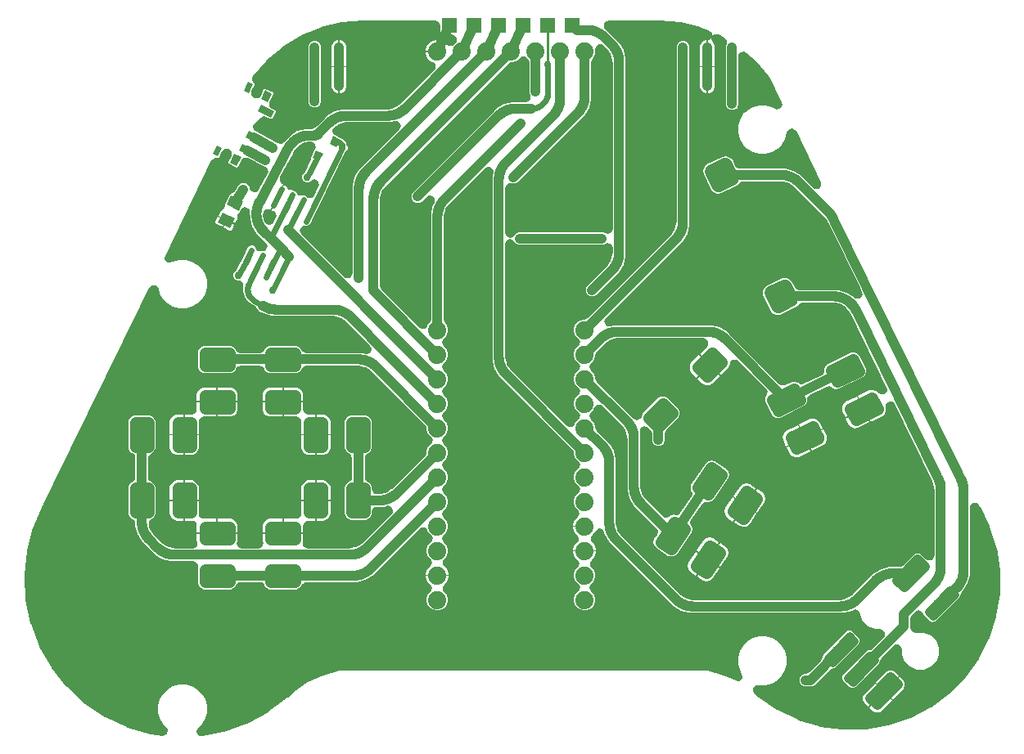
<source format=gbr>
G04 EAGLE Gerber RS-274X export*
G75*
%MOMM*%
%FSLAX34Y34*%
%LPD*%
%INTop Copper*%
%IPPOS*%
%AMOC8*
5,1,8,0,0,1.08239X$1,22.5*%
G01*
G04 Define Apertures*
%ADD10C,1.879600*%
%ADD11C,1.250000*%
%ADD12C,0.609600*%
%ADD13C,1.500000*%
%ADD14C,1.000000*%
%ADD15C,0.750000*%
%ADD16C,1.300000*%
%ADD17R,0.800000X0.900000*%
%ADD18R,1.100000X1.400000*%
%ADD19R,0.700000X1.500000*%
%ADD20R,1.000000X0.600000*%
%ADD21R,1.000000X0.800000*%
%ADD22R,1.500000X1.500000*%
%ADD23C,0.756400*%
%ADD24C,1.016000*%
%ADD25C,0.254000*%
G36*
X-237093Y555402D02*
X-239100Y555160D01*
X-241043Y555720D01*
X-241401Y556011D01*
X-264301Y568201D01*
X-265361Y568953D01*
X-266543Y570593D01*
X-266993Y572564D01*
X-266638Y574554D01*
X-265535Y576249D01*
X-264106Y577212D01*
X-259158Y582160D01*
X-259148Y582150D01*
X-258980Y582393D01*
X-257254Y583446D01*
X-255254Y583743D01*
X-253297Y583236D01*
X-248473Y580883D01*
X-247868Y580846D01*
X-247294Y581043D01*
X-246840Y581445D01*
X-243506Y588281D01*
X-243469Y588887D01*
X-243666Y589460D01*
X-244068Y589914D01*
X-247393Y591536D01*
X-248889Y592645D01*
X-249942Y594371D01*
X-250239Y596371D01*
X-249732Y598328D01*
X-245699Y606596D01*
X-245662Y607202D01*
X-245859Y607775D01*
X-246261Y608229D01*
X-253996Y612002D01*
X-254602Y612039D01*
X-255175Y611841D01*
X-255629Y611440D01*
X-258698Y605146D01*
X-259587Y603868D01*
X-261246Y602711D01*
X-263224Y602293D01*
X-265209Y602680D01*
X-265942Y602984D01*
X-267721Y604221D01*
X-268774Y605947D01*
X-269070Y607947D01*
X-268563Y609904D01*
X-265473Y616241D01*
X-265436Y616846D01*
X-265633Y617419D01*
X-266704Y618630D01*
X-266641Y618686D01*
X-267397Y619588D01*
X-267989Y621521D01*
X-267780Y623532D01*
X-266803Y625302D01*
X-253661Y640763D01*
X-253095Y641331D01*
X-236820Y655275D01*
X-236172Y655746D01*
X-217907Y666958D01*
X-217193Y667322D01*
X-197393Y675522D01*
X-196630Y675769D01*
X-175787Y680755D01*
X-174995Y680879D01*
X-153627Y682525D01*
X-153237Y682540D01*
X-153211Y682540D01*
X-150221Y682534D01*
X-150190Y682540D01*
X-78620Y682540D01*
X-76789Y682198D01*
X-75086Y681109D01*
X-73942Y679441D01*
X-73540Y677460D01*
X-73540Y670175D01*
X-73319Y669642D01*
X-72935Y667860D01*
X-73274Y665867D01*
X-74364Y664164D01*
X-76031Y663020D01*
X-76136Y662999D01*
X-75438Y662999D01*
X-75438Y649918D01*
X-88138Y649918D01*
X-88138Y648305D01*
X-86321Y643918D01*
X-82962Y640559D01*
X-81005Y639749D01*
X-79473Y638760D01*
X-78303Y637111D01*
X-77869Y635136D01*
X-78240Y633149D01*
X-79356Y631463D01*
X-114510Y596309D01*
X-115280Y595678D01*
X-119730Y592704D01*
X-121561Y591946D01*
X-126810Y590902D01*
X-127801Y590804D01*
X-174420Y590804D01*
X-182559Y588623D01*
X-189857Y584410D01*
X-192837Y581430D01*
X-200496Y573770D01*
X-200898Y573519D01*
X-200883Y573502D01*
X-202851Y571761D01*
X-202892Y571808D01*
X-204237Y570886D01*
X-206218Y570484D01*
X-212607Y570484D01*
X-221005Y568154D01*
X-228474Y563664D01*
X-234947Y556838D01*
X-234976Y556866D01*
X-235339Y556407D01*
X-237093Y555402D01*
G37*
%LPC*%
G36*
X-88138Y651442D02*
X-76962Y651442D01*
X-76962Y662831D01*
X-78013Y662618D01*
X-78575Y662618D01*
X-82962Y660801D01*
X-86321Y657442D01*
X-88138Y653055D01*
X-88138Y651442D01*
G37*
G36*
X-177038Y635762D02*
X-170260Y635762D01*
X-170260Y656500D01*
X-171408Y659271D01*
X-173529Y661392D01*
X-176300Y662540D01*
X-177038Y662540D01*
X-177038Y635762D01*
G37*
G36*
X-185340Y635762D02*
X-178562Y635762D01*
X-178562Y662540D01*
X-179300Y662540D01*
X-182071Y661392D01*
X-184192Y659271D01*
X-185340Y656500D01*
X-185340Y635762D01*
G37*
G36*
X-204514Y592836D02*
X-201886Y592836D01*
X-199459Y593841D01*
X-197601Y595699D01*
X-196596Y598126D01*
X-196596Y637115D01*
X-196676Y637517D01*
X-196676Y656298D01*
X-197669Y658696D01*
X-199504Y660531D01*
X-201902Y661524D01*
X-204498Y661524D01*
X-206896Y660531D01*
X-208731Y658696D01*
X-209724Y656298D01*
X-209724Y637517D01*
X-209804Y637115D01*
X-209804Y598126D01*
X-208799Y595699D01*
X-206941Y593841D01*
X-204514Y592836D01*
G37*
G36*
X-179300Y607460D02*
X-178562Y607460D01*
X-178562Y634238D01*
X-185340Y634238D01*
X-185340Y613500D01*
X-184192Y610729D01*
X-182071Y608608D01*
X-179300Y607460D01*
G37*
G36*
X-177038Y607460D02*
X-176300Y607460D01*
X-173529Y608608D01*
X-171408Y610729D01*
X-170260Y613500D01*
X-170260Y634238D01*
X-177038Y634238D01*
X-177038Y607460D01*
G37*
%LPD*%
G36*
X340967Y82902D02*
X339976Y82804D01*
X188321Y82804D01*
X187330Y82902D01*
X182081Y83946D01*
X180250Y84704D01*
X175800Y87678D01*
X175030Y88309D01*
X113709Y149630D01*
X113078Y150400D01*
X110104Y154850D01*
X109346Y156681D01*
X108302Y161930D01*
X108204Y162921D01*
X108204Y229092D01*
X106023Y237232D01*
X101810Y244530D01*
X100474Y245866D01*
X100474Y245866D01*
X88610Y257730D01*
X87524Y259340D01*
X87122Y261322D01*
X87122Y262973D01*
X85459Y266987D01*
X82538Y269908D01*
X81485Y271444D01*
X81051Y273419D01*
X81422Y275407D01*
X82538Y277092D01*
X85459Y280013D01*
X86354Y282173D01*
X87342Y283705D01*
X88992Y284875D01*
X90966Y285308D01*
X92954Y284938D01*
X94639Y283821D01*
X114891Y263570D01*
X115523Y262800D01*
X118496Y258350D01*
X119254Y256519D01*
X120298Y251270D01*
X120396Y250279D01*
X120396Y196246D01*
X122577Y188106D01*
X126790Y180809D01*
X129770Y177829D01*
X150448Y157151D01*
X151830Y154591D01*
X151838Y152569D01*
X151057Y150704D01*
X147940Y146117D01*
X147313Y143089D01*
X147892Y140051D01*
X149590Y137466D01*
X162486Y128701D01*
X165515Y128074D01*
X168553Y128654D01*
X171138Y130352D01*
X186647Y153173D01*
X187274Y156202D01*
X186695Y159239D01*
X186152Y160066D01*
X185423Y161824D01*
X185415Y163846D01*
X186196Y165710D01*
X197536Y182397D01*
X198882Y183743D01*
X200746Y184524D01*
X202768Y184516D01*
X203737Y184316D01*
X206774Y184895D01*
X209359Y186593D01*
X224869Y209415D01*
X225496Y212443D01*
X224916Y215481D01*
X223218Y218066D01*
X210322Y226830D01*
X207294Y227457D01*
X204256Y226878D01*
X201671Y225180D01*
X186161Y202359D01*
X185534Y199330D01*
X186114Y196292D01*
X186657Y195466D01*
X187385Y193708D01*
X187393Y191686D01*
X186612Y189821D01*
X175272Y173134D01*
X173927Y171789D01*
X172062Y171008D01*
X170040Y171015D01*
X169072Y171216D01*
X166034Y170636D01*
X163218Y168787D01*
X160510Y167953D01*
X158523Y168324D01*
X156837Y169441D01*
X139109Y187169D01*
X138478Y187939D01*
X135504Y192388D01*
X134746Y194220D01*
X133702Y199468D01*
X133604Y200460D01*
X133604Y254492D01*
X133097Y256385D01*
X133213Y259388D01*
X134251Y261123D01*
X135884Y262316D01*
X137852Y262777D01*
X139845Y262434D01*
X141545Y261341D01*
X144258Y258704D01*
X145394Y257043D01*
X145796Y255062D01*
X145796Y247606D01*
X146801Y245179D01*
X148659Y243321D01*
X151086Y242316D01*
X153714Y242316D01*
X156141Y243321D01*
X157999Y245179D01*
X159004Y247606D01*
X159004Y255514D01*
X159349Y257354D01*
X160442Y259055D01*
X173050Y272020D01*
X174231Y274986D01*
X174186Y278178D01*
X172923Y281110D01*
X161315Y292399D01*
X158349Y293579D01*
X155157Y293534D01*
X152225Y292272D01*
X136057Y275645D01*
X134765Y272400D01*
X133750Y270803D01*
X132101Y269633D01*
X130126Y269199D01*
X128139Y269570D01*
X126453Y270686D01*
X125874Y271266D01*
X125874Y271266D01*
X88610Y308530D01*
X87524Y310140D01*
X87122Y312122D01*
X87122Y313773D01*
X85459Y317787D01*
X82538Y320708D01*
X81485Y322244D01*
X81051Y324219D01*
X81422Y326207D01*
X82538Y327892D01*
X85459Y330813D01*
X87122Y334827D01*
X87122Y336478D01*
X87493Y338385D01*
X88610Y340070D01*
X97110Y348571D01*
X97880Y349203D01*
X102330Y352176D01*
X104161Y352934D01*
X109410Y353978D01*
X110401Y354076D01*
X198884Y354076D01*
X200573Y353787D01*
X202308Y352749D01*
X203501Y351116D01*
X203962Y349148D01*
X203619Y347155D01*
X202526Y345454D01*
X194837Y337547D01*
X217119Y315880D01*
X224813Y323791D01*
X226262Y327433D01*
X226460Y328592D01*
X227522Y330312D01*
X229171Y331482D01*
X231146Y331916D01*
X233134Y331545D01*
X234819Y330429D01*
X263719Y301529D01*
X264634Y300280D01*
X265191Y298336D01*
X264946Y296330D01*
X263937Y294577D01*
X263784Y294403D01*
X262782Y291477D01*
X262976Y288391D01*
X269836Y274388D01*
X272156Y272343D01*
X275082Y271341D01*
X278169Y271535D01*
X302948Y283674D01*
X304993Y285994D01*
X305995Y288920D01*
X305933Y289907D01*
X306171Y291795D01*
X307165Y293555D01*
X308768Y294788D01*
X326886Y303664D01*
X328721Y304166D01*
X330728Y303921D01*
X332480Y302913D01*
X333222Y302259D01*
X336148Y301257D01*
X339234Y301451D01*
X364013Y313590D01*
X366059Y315910D01*
X367060Y318836D01*
X366866Y321923D01*
X360006Y335925D01*
X357687Y337970D01*
X354761Y338972D01*
X351674Y338778D01*
X326895Y326639D01*
X324850Y324319D01*
X323848Y321393D01*
X323910Y320406D01*
X323672Y318518D01*
X322677Y316758D01*
X321075Y315525D01*
X302957Y306649D01*
X301122Y306147D01*
X299115Y306392D01*
X297363Y307401D01*
X296621Y308055D01*
X293695Y309056D01*
X290608Y308862D01*
X283435Y305348D01*
X281282Y304831D01*
X279294Y305202D01*
X277608Y306318D01*
X226016Y357910D01*
X223037Y360890D01*
X215739Y365103D01*
X207599Y367284D01*
X106188Y367284D01*
X102966Y366421D01*
X101894Y366254D01*
X99896Y366561D01*
X98176Y367623D01*
X97006Y369272D01*
X96572Y371247D01*
X96943Y373234D01*
X98059Y374920D01*
X175030Y451891D01*
X178010Y454870D01*
X182223Y462168D01*
X184404Y470308D01*
X184404Y637115D01*
X184324Y637517D01*
X184324Y656298D01*
X183331Y658696D01*
X181496Y660531D01*
X179098Y661524D01*
X176502Y661524D01*
X174104Y660531D01*
X172269Y658696D01*
X171276Y656298D01*
X171276Y637517D01*
X171196Y637115D01*
X171196Y474521D01*
X171098Y473530D01*
X170054Y468281D01*
X169296Y466450D01*
X166323Y462000D01*
X165691Y461230D01*
X79270Y374810D01*
X77660Y373724D01*
X75678Y373322D01*
X74027Y373322D01*
X70013Y371659D01*
X66941Y368587D01*
X65278Y364573D01*
X65278Y360227D01*
X66941Y356213D01*
X69862Y353292D01*
X70915Y351756D01*
X71349Y349781D01*
X70978Y347793D01*
X69862Y346108D01*
X66941Y343187D01*
X65278Y339173D01*
X65278Y334827D01*
X66941Y330813D01*
X69862Y327892D01*
X70915Y326356D01*
X71349Y324381D01*
X70978Y322393D01*
X69862Y320708D01*
X66941Y317787D01*
X65278Y313773D01*
X65278Y309427D01*
X66941Y305413D01*
X69862Y302492D01*
X70915Y300956D01*
X71349Y298981D01*
X70978Y296993D01*
X69862Y295308D01*
X66941Y292387D01*
X65278Y288373D01*
X65278Y284027D01*
X66941Y280013D01*
X69862Y277092D01*
X70915Y275556D01*
X71349Y273581D01*
X70978Y271593D01*
X69862Y269908D01*
X66941Y266987D01*
X66046Y264827D01*
X65058Y263295D01*
X63408Y262125D01*
X61434Y261692D01*
X59446Y262062D01*
X57761Y263179D01*
X-591Y321530D01*
X-1223Y322300D01*
X-4196Y326750D01*
X-4954Y328581D01*
X-5998Y333830D01*
X-6096Y334821D01*
X-6096Y451332D01*
X-5797Y453049D01*
X-4748Y454778D01*
X-3109Y455961D01*
X-1138Y456410D01*
X853Y456056D01*
X2547Y454952D01*
X3455Y453605D01*
X5459Y451601D01*
X7886Y450596D01*
X95294Y450596D01*
X98132Y451772D01*
X99914Y452156D01*
X101907Y451817D01*
X103610Y450727D01*
X104754Y449060D01*
X105156Y447078D01*
X105156Y442321D01*
X105058Y441330D01*
X104014Y436081D01*
X103256Y434250D01*
X100283Y429800D01*
X99651Y429030D01*
X78221Y407601D01*
X77216Y405174D01*
X77216Y402546D01*
X78221Y400119D01*
X80079Y398261D01*
X82506Y397256D01*
X85134Y397256D01*
X87561Y398261D01*
X108990Y419691D01*
X111970Y422670D01*
X116183Y429968D01*
X118364Y438108D01*
X118364Y643932D01*
X116183Y652072D01*
X111970Y659370D01*
X101009Y670330D01*
X97786Y673553D01*
X97585Y673700D01*
X96389Y675331D01*
X95924Y677298D01*
X96263Y679291D01*
X97352Y680994D01*
X99020Y682138D01*
X101001Y682540D01*
X149975Y682540D01*
X150006Y682534D01*
X152996Y682540D01*
X153022Y682540D01*
X153412Y682525D01*
X174779Y680879D01*
X175570Y680755D01*
X196413Y675770D01*
X197175Y675523D01*
X204925Y672313D01*
X206397Y671380D01*
X207593Y669749D01*
X208059Y667782D01*
X207740Y665907D01*
X208600Y667275D01*
X210258Y668432D01*
X212236Y668850D01*
X214221Y668464D01*
X216975Y667323D01*
X217688Y666959D01*
X221013Y664919D01*
X221860Y664267D01*
X223017Y662608D01*
X223435Y660630D01*
X223049Y658646D01*
X222076Y656298D01*
X222076Y637517D01*
X221996Y637115D01*
X221996Y595586D01*
X223001Y593159D01*
X224859Y591301D01*
X227286Y590296D01*
X229914Y590296D01*
X232848Y591511D01*
X234171Y591712D01*
X234125Y591930D01*
X234512Y593915D01*
X235204Y595586D01*
X235204Y637115D01*
X235124Y637517D01*
X235124Y645502D01*
X235316Y646885D01*
X236243Y648682D01*
X237797Y649975D01*
X239732Y650560D01*
X241742Y650343D01*
X243509Y649360D01*
X252876Y641336D01*
X253441Y640768D01*
X266741Y625123D01*
X267434Y624065D01*
X280096Y598183D01*
X280591Y595489D01*
X280010Y593552D01*
X278720Y591995D01*
X276925Y591065D01*
X274909Y590909D01*
X272992Y591551D01*
X269711Y593445D01*
X263312Y595160D01*
X256688Y595160D01*
X250289Y593445D01*
X244551Y590133D01*
X242797Y588379D01*
X241371Y587376D01*
X239772Y586984D01*
X239833Y586195D01*
X239191Y584278D01*
X236555Y579711D01*
X234840Y573312D01*
X234840Y566688D01*
X236555Y560289D01*
X239867Y554551D01*
X244551Y549867D01*
X250289Y546555D01*
X256688Y544840D01*
X263312Y544840D01*
X269711Y546555D01*
X275449Y549867D01*
X280133Y554551D01*
X283445Y560289D01*
X285310Y567248D01*
X286277Y569140D01*
X287840Y570423D01*
X289780Y570994D01*
X291788Y570764D01*
X293548Y569768D01*
X294780Y568165D01*
X320471Y515648D01*
X320982Y513658D01*
X320675Y511660D01*
X319613Y509940D01*
X317964Y508770D01*
X315989Y508336D01*
X314002Y508707D01*
X312316Y509823D01*
X301985Y520154D01*
X299006Y523134D01*
X291708Y527347D01*
X283568Y529528D01*
X236350Y529528D01*
X234781Y529776D01*
X233021Y530771D01*
X231788Y532373D01*
X228766Y538541D01*
X226074Y540915D01*
X222677Y542078D01*
X219094Y541852D01*
X202400Y533674D01*
X200026Y530981D01*
X198863Y527585D01*
X199088Y524002D01*
X207267Y507307D01*
X209960Y504933D01*
X213356Y503770D01*
X216939Y503996D01*
X233633Y512174D01*
X235771Y514600D01*
X237601Y515918D01*
X239582Y516320D01*
X279355Y516320D01*
X280346Y516223D01*
X285595Y515178D01*
X287426Y514420D01*
X291876Y511447D01*
X292646Y510815D01*
X324069Y479392D01*
X324610Y478752D01*
X327232Y475081D01*
X327662Y474361D01*
X328683Y472273D01*
X328683Y472273D01*
X360890Y406436D01*
X363108Y401902D01*
X363625Y399651D01*
X363215Y397671D01*
X362066Y396008D01*
X360359Y394925D01*
X358365Y394593D01*
X356399Y395066D01*
X354773Y396267D01*
X354498Y396572D01*
X346874Y401330D01*
X338235Y403804D01*
X297941Y403804D01*
X296373Y404053D01*
X294612Y405047D01*
X293379Y406649D01*
X290358Y412817D01*
X287665Y415191D01*
X284269Y416354D01*
X280686Y416128D01*
X263991Y407950D01*
X261617Y405257D01*
X260454Y401861D01*
X260680Y398278D01*
X268858Y381584D01*
X271551Y379209D01*
X274948Y378047D01*
X278531Y378272D01*
X295225Y386450D01*
X297363Y388876D01*
X299192Y390194D01*
X301174Y390596D01*
X333742Y390596D01*
X334682Y390509D01*
X339666Y389571D01*
X341417Y388888D01*
X345720Y386203D01*
X347102Y384931D01*
X350135Y380865D01*
X350626Y380060D01*
X351648Y377972D01*
X388414Y302815D01*
X388900Y301144D01*
X388719Y299130D01*
X387767Y297346D01*
X386194Y296076D01*
X384251Y295519D01*
X382244Y295764D01*
X380492Y296772D01*
X377564Y299353D01*
X374256Y300486D01*
X370766Y300266D01*
X358879Y294443D01*
X372113Y267430D01*
X383999Y273253D01*
X386312Y275877D01*
X387445Y279185D01*
X387201Y283051D01*
X387393Y284787D01*
X388332Y286578D01*
X389895Y287860D01*
X391834Y288432D01*
X393843Y288201D01*
X395602Y287206D01*
X396834Y285603D01*
X435477Y206611D01*
X435477Y206610D01*
X435984Y205574D01*
X436370Y204488D01*
X437765Y198460D01*
X437896Y197315D01*
X437896Y128886D01*
X437607Y127197D01*
X436569Y125462D01*
X434936Y124270D01*
X432968Y123808D01*
X430975Y124151D01*
X429274Y125244D01*
X424188Y130190D01*
X421777Y131150D01*
X419182Y131114D01*
X416798Y130087D01*
X405541Y118511D01*
X403880Y117375D01*
X401899Y116973D01*
X390974Y116973D01*
X382834Y114792D01*
X375536Y110578D01*
X372557Y107599D01*
X353267Y88309D01*
X352497Y87678D01*
X348047Y84704D01*
X346216Y83946D01*
X340967Y82902D01*
G37*
%LPC*%
G36*
X203962Y635762D02*
X210740Y635762D01*
X210740Y656500D01*
X209592Y659271D01*
X208685Y660178D01*
X207682Y661604D01*
X207201Y663568D01*
X207506Y665455D01*
X206630Y664086D01*
X204963Y662942D01*
X203962Y662739D01*
X203962Y635762D01*
G37*
G36*
X195660Y635762D02*
X202438Y635762D01*
X202438Y662540D01*
X201700Y662540D01*
X198929Y661392D01*
X196808Y659271D01*
X195660Y656500D01*
X195660Y635762D01*
G37*
G36*
X201700Y607460D02*
X202438Y607460D01*
X202438Y634238D01*
X195660Y634238D01*
X195660Y613500D01*
X196808Y610729D01*
X198929Y608608D01*
X201700Y607460D01*
G37*
G36*
X203962Y607460D02*
X204700Y607460D01*
X207471Y608608D01*
X209592Y610729D01*
X210740Y613500D01*
X210740Y634238D01*
X203962Y634238D01*
X203962Y607460D01*
G37*
G36*
X186223Y318302D02*
X191626Y313049D01*
X204369Y326152D01*
X193774Y336455D01*
X186080Y328543D01*
X184751Y325201D01*
X184801Y321606D01*
X186223Y318302D01*
G37*
G36*
X198122Y306732D02*
X201463Y305402D01*
X205059Y305453D01*
X208362Y306875D01*
X216056Y314787D01*
X205462Y325090D01*
X192719Y311986D01*
X198122Y306732D01*
G37*
G36*
X342398Y278528D02*
X345582Y272029D01*
X363792Y280950D01*
X357511Y293772D01*
X345624Y287949D01*
X343311Y285326D01*
X342179Y282018D01*
X342398Y278528D01*
G37*
G36*
X352059Y261850D02*
X355367Y260717D01*
X358857Y260937D01*
X370744Y266760D01*
X364463Y279582D01*
X346252Y270661D01*
X349436Y264162D01*
X352059Y261850D01*
G37*
G36*
X297813Y264527D02*
X304095Y251705D01*
X322305Y260626D01*
X319121Y267125D01*
X316498Y269437D01*
X313190Y270570D01*
X309700Y270350D01*
X297813Y264527D01*
G37*
G36*
X281332Y248612D02*
X284516Y242113D01*
X302726Y251035D01*
X296445Y263857D01*
X284558Y258033D01*
X282246Y255410D01*
X281113Y252102D01*
X281332Y248612D01*
G37*
G36*
X304765Y250336D02*
X311047Y237514D01*
X322933Y243338D01*
X325246Y245961D01*
X326379Y249269D01*
X326159Y252759D01*
X322975Y259257D01*
X304765Y250336D01*
G37*
G36*
X290993Y231934D02*
X294301Y230801D01*
X297791Y231021D01*
X309678Y236844D01*
X303397Y249666D01*
X285186Y240745D01*
X288370Y234246D01*
X290993Y231934D01*
G37*
G36*
X229896Y190239D02*
X241705Y182213D01*
X253103Y198985D01*
X247118Y203052D01*
X243693Y203762D01*
X240258Y203106D01*
X237336Y201186D01*
X229896Y190239D01*
G37*
G36*
X242965Y181357D02*
X254774Y173331D01*
X262214Y184279D01*
X262923Y187703D01*
X262268Y191138D01*
X260348Y194061D01*
X254363Y198128D01*
X242965Y181357D01*
G37*
G36*
X223465Y168249D02*
X229450Y164181D01*
X240848Y180953D01*
X229039Y188978D01*
X221599Y178031D01*
X220890Y174607D01*
X221545Y171172D01*
X223465Y168249D01*
G37*
G36*
X236696Y159257D02*
X240120Y158548D01*
X243555Y159203D01*
X246478Y161123D01*
X253918Y172071D01*
X242109Y180096D01*
X230711Y163325D01*
X236696Y159257D01*
G37*
G36*
X191674Y133997D02*
X203483Y125972D01*
X214881Y142743D01*
X208896Y146811D01*
X205472Y147520D01*
X202037Y146865D01*
X199114Y144945D01*
X191674Y133997D01*
G37*
G36*
X204743Y125115D02*
X216553Y117090D01*
X223992Y128037D01*
X224702Y131462D01*
X224046Y134897D01*
X222126Y137819D01*
X216141Y141887D01*
X204743Y125115D01*
G37*
G36*
X185243Y112007D02*
X191228Y107940D01*
X202626Y124711D01*
X190817Y132737D01*
X183377Y121789D01*
X182668Y118365D01*
X183324Y114930D01*
X185243Y112007D01*
G37*
G36*
X198474Y103016D02*
X201898Y102307D01*
X205333Y102962D01*
X208256Y104882D01*
X215696Y115829D01*
X203887Y123855D01*
X192489Y107083D01*
X198474Y103016D01*
G37*
%LPD*%
G36*
X-60726Y656683D02*
X-62701Y656249D01*
X-64688Y656620D01*
X-66374Y657737D01*
X-68105Y659468D01*
X-69125Y660931D01*
X-69590Y662898D01*
X-69251Y664891D01*
X-68162Y666594D01*
X-66494Y667738D01*
X-64513Y668140D01*
X-61050Y668140D01*
X-59295Y667827D01*
X-57574Y666765D01*
X-56405Y665116D01*
X-55971Y663141D01*
X-56342Y661153D01*
X-57458Y659468D01*
X-59190Y657737D01*
X-60726Y656683D01*
G37*
G36*
X1113Y458456D02*
X-854Y457991D01*
X-2847Y458330D01*
X-4550Y459419D01*
X-5694Y461087D01*
X-6096Y463068D01*
X-6096Y509526D01*
X-5769Y511320D01*
X-4693Y513032D01*
X-3035Y514188D01*
X-1056Y514606D01*
X928Y514220D01*
X1226Y514096D01*
X3854Y514096D01*
X6281Y515101D01*
X73430Y582251D01*
X76410Y585230D01*
X80623Y592528D01*
X82804Y600668D01*
X82804Y639734D01*
X83175Y641640D01*
X84292Y643326D01*
X85459Y644493D01*
X87122Y648507D01*
X87122Y653274D01*
X87435Y655030D01*
X88497Y656750D01*
X90146Y657920D01*
X92121Y658354D01*
X94109Y657983D01*
X95794Y656866D01*
X99651Y653010D01*
X100283Y652240D01*
X103256Y647790D01*
X104014Y645959D01*
X105058Y640710D01*
X105156Y639719D01*
X105156Y467322D01*
X104829Y465528D01*
X103753Y463816D01*
X102095Y462660D01*
X100117Y462242D01*
X98132Y462628D01*
X95294Y463804D01*
X7886Y463804D01*
X5459Y462799D01*
X3491Y460831D01*
X2744Y459652D01*
X1113Y458456D01*
G37*
G36*
X-88992Y363725D02*
X-90966Y363292D01*
X-92954Y363662D01*
X-94639Y364779D01*
X-134148Y404288D01*
X-135234Y405898D01*
X-135636Y407880D01*
X-135636Y497919D01*
X-135538Y498910D01*
X-134494Y504159D01*
X-133736Y505990D01*
X-130763Y510440D01*
X-130131Y511210D01*
X-3070Y638270D01*
X-1460Y639356D01*
X522Y639758D01*
X2173Y639758D01*
X6187Y641421D01*
X9108Y644342D01*
X10644Y645395D01*
X12619Y645829D01*
X14607Y645458D01*
X16292Y644342D01*
X17308Y643326D01*
X18394Y641715D01*
X18796Y639734D01*
X18796Y608286D01*
X19972Y605448D01*
X20356Y603666D01*
X20017Y601673D01*
X18927Y599970D01*
X17260Y598826D01*
X15278Y598424D01*
X1084Y598424D01*
X-7056Y596243D01*
X-14354Y592030D01*
X-17333Y589050D01*
X-102119Y504265D01*
X-103124Y501837D01*
X-103124Y499210D01*
X-102119Y496783D01*
X-100261Y494925D01*
X-97834Y493920D01*
X-95206Y493920D01*
X-92779Y494925D01*
X-87377Y500327D01*
X-85333Y501573D01*
X-83323Y501794D01*
X-81387Y501213D01*
X-79830Y499923D01*
X-78900Y498128D01*
X-78744Y496112D01*
X-79386Y494195D01*
X-80623Y492052D01*
X-82804Y483912D01*
X-82804Y373346D01*
X-83175Y371440D01*
X-84292Y369754D01*
X-85459Y368587D01*
X-86354Y366427D01*
X-87342Y364895D01*
X-88992Y363725D01*
G37*
G36*
X-167108Y416442D02*
X-169083Y416008D01*
X-171071Y416379D01*
X-172756Y417496D01*
X-216927Y461666D01*
X-218068Y463414D01*
X-218412Y465407D01*
X-217952Y467375D01*
X-216761Y469009D01*
X-215027Y470048D01*
X-213025Y470329D01*
X-210948Y470202D01*
X-209228Y470794D01*
X-207866Y471999D01*
X-204239Y479435D01*
X-204225Y479453D01*
X-203403Y481150D01*
X-203397Y481161D01*
X-198533Y491133D01*
X-198498Y491268D01*
X-172110Y545707D01*
X-171131Y547083D01*
X-170040Y548174D01*
X-169232Y550125D01*
X-169232Y552235D01*
X-170163Y554484D01*
X-170913Y555606D01*
X-171603Y557272D01*
X-174815Y560485D01*
X-182028Y564002D01*
X-183933Y565613D01*
X-184758Y567458D01*
X-184798Y569480D01*
X-184047Y571357D01*
X-182623Y572792D01*
X-178277Y575696D01*
X-176446Y576454D01*
X-171197Y577498D01*
X-170206Y577596D01*
X-123588Y577596D01*
X-120366Y578459D01*
X-119294Y578626D01*
X-117296Y578319D01*
X-115576Y577257D01*
X-114406Y575608D01*
X-113972Y573633D01*
X-114343Y571646D01*
X-115459Y569960D01*
X-156354Y529066D01*
X-156354Y529066D01*
X-157690Y527730D01*
X-161903Y520432D01*
X-164084Y512292D01*
X-164084Y421088D01*
X-164397Y419332D01*
X-165459Y417612D01*
X-167108Y416442D01*
G37*
G36*
X-249016Y471444D02*
X-251038Y471436D01*
X-252903Y472217D01*
X-254315Y473664D01*
X-255097Y474875D01*
X-255853Y476878D01*
X-256574Y481696D01*
X-256184Y484528D01*
X-255006Y486171D01*
X-253280Y487224D01*
X-251280Y487521D01*
X-249323Y487014D01*
X-248955Y486834D01*
X-235927Y513545D01*
X-236641Y513893D01*
X-238254Y515133D01*
X-239247Y516894D01*
X-239475Y518903D01*
X-238900Y520841D01*
X-225940Y545244D01*
X-225940Y545244D01*
X-224850Y547296D01*
X-224350Y548063D01*
X-221298Y551925D01*
X-219929Y553130D01*
X-215710Y555666D01*
X-214004Y556310D01*
X-209162Y557194D01*
X-208250Y557276D01*
X-207046Y557276D01*
X-204966Y556831D01*
X-203323Y555652D01*
X-202270Y553926D01*
X-201973Y551926D01*
X-202480Y549969D01*
X-206973Y540758D01*
X-207063Y539283D01*
X-207009Y538864D01*
X-207564Y536919D01*
X-213075Y526285D01*
X-213993Y525031D01*
X-215318Y523706D01*
X-216126Y521755D01*
X-216126Y519645D01*
X-215318Y517694D01*
X-213826Y516202D01*
X-211875Y515394D01*
X-209765Y515394D01*
X-207814Y516202D01*
X-207305Y516711D01*
X-205606Y517833D01*
X-203618Y518198D01*
X-201644Y517758D01*
X-199999Y516584D01*
X-198941Y514860D01*
X-198640Y512861D01*
X-199142Y510903D01*
X-203558Y501793D01*
X-204643Y500314D01*
X-206361Y499247D01*
X-208358Y498934D01*
X-210320Y499426D01*
X-211934Y500643D01*
X-212041Y500764D01*
X-213676Y501562D01*
X-215491Y501673D01*
X-215716Y501595D01*
X-217559Y501322D01*
X-219524Y501798D01*
X-221148Y503002D01*
X-222173Y504745D01*
X-222251Y504969D01*
X-223456Y506332D01*
X-225091Y507129D01*
X-227595Y507282D01*
X-228013Y507220D01*
X-229978Y507696D01*
X-231602Y508900D01*
X-232627Y510643D01*
X-232770Y511058D01*
X-234243Y512723D01*
X-234558Y512877D01*
X-247585Y486166D01*
X-247109Y485934D01*
X-245661Y485570D01*
X-244029Y484377D01*
X-242991Y482641D01*
X-242713Y480639D01*
X-243238Y478686D01*
X-245501Y474150D01*
X-247158Y472240D01*
X-249016Y471444D01*
G37*
G36*
X-297508Y-53885D02*
X-319296Y-57995D01*
X-321993Y-57771D01*
X-323713Y-56708D01*
X-324883Y-55059D01*
X-325317Y-53084D01*
X-324946Y-51097D01*
X-323830Y-49411D01*
X-319867Y-45449D01*
X-316555Y-39711D01*
X-314840Y-33312D01*
X-314840Y-26688D01*
X-316555Y-20289D01*
X-319867Y-14551D01*
X-324551Y-9867D01*
X-330289Y-6555D01*
X-336688Y-4840D01*
X-343312Y-4840D01*
X-349711Y-6555D01*
X-355449Y-9867D01*
X-360133Y-14551D01*
X-363445Y-20289D01*
X-365160Y-26688D01*
X-365160Y-33312D01*
X-363445Y-39711D01*
X-360133Y-45449D01*
X-356572Y-49009D01*
X-355325Y-51058D01*
X-355106Y-53068D01*
X-355689Y-55004D01*
X-356980Y-56559D01*
X-358776Y-57488D01*
X-360792Y-57642D01*
X-372175Y-56226D01*
X-372946Y-56069D01*
X-396571Y-49303D01*
X-397308Y-49028D01*
X-419604Y-38693D01*
X-420290Y-38307D01*
X-440721Y-24651D01*
X-441340Y-24164D01*
X-459415Y-7515D01*
X-459951Y-6938D01*
X-475236Y12304D01*
X-475677Y12956D01*
X-487805Y34329D01*
X-488140Y35042D01*
X-496820Y58032D01*
X-497040Y58788D01*
X-502064Y82844D01*
X-502165Y83625D01*
X-503411Y108167D01*
X-503390Y108954D01*
X-500829Y133395D01*
X-500687Y134169D01*
X-494380Y157921D01*
X-494120Y158664D01*
X-484326Y180911D01*
X-484241Y181096D01*
X-483998Y181592D01*
X-483911Y181761D01*
X-482812Y183812D01*
X-482671Y184306D01*
X-374226Y406096D01*
X-372913Y407768D01*
X-371133Y408727D01*
X-369120Y408916D01*
X-367193Y408304D01*
X-365657Y406989D01*
X-364756Y405179D01*
X-363445Y400289D01*
X-360133Y394551D01*
X-355449Y389867D01*
X-349711Y386555D01*
X-343312Y384840D01*
X-336688Y384840D01*
X-330289Y386555D01*
X-324551Y389867D01*
X-319867Y394551D01*
X-316555Y400289D01*
X-314840Y406688D01*
X-314840Y413312D01*
X-316555Y419711D01*
X-319867Y425449D01*
X-324551Y430133D01*
X-330289Y433445D01*
X-336688Y435160D01*
X-343312Y435160D01*
X-349711Y433445D01*
X-350821Y432805D01*
X-353474Y432125D01*
X-355446Y432571D01*
X-357088Y433752D01*
X-358139Y435478D01*
X-358434Y437479D01*
X-357925Y439435D01*
X-309810Y537840D01*
X-308702Y539332D01*
X-306976Y540385D01*
X-304976Y540682D01*
X-304607Y540586D01*
X-303150Y540497D01*
X-302577Y540694D01*
X-302123Y541096D01*
X-299054Y547389D01*
X-298165Y548668D01*
X-296506Y549824D01*
X-294528Y550242D01*
X-292544Y549856D01*
X-291811Y549552D01*
X-290032Y548315D01*
X-288978Y546589D01*
X-288682Y544589D01*
X-289189Y542632D01*
X-292280Y536295D01*
X-292317Y535690D01*
X-292119Y535116D01*
X-291717Y534662D01*
X-283982Y530890D01*
X-283377Y530853D01*
X-282804Y531050D01*
X-282350Y531452D01*
X-279058Y538200D01*
X-277850Y539785D01*
X-276098Y540793D01*
X-274091Y541037D01*
X-272147Y540479D01*
X-255857Y532001D01*
X-254121Y531518D01*
X-252519Y530284D01*
X-251526Y528522D01*
X-251299Y526513D01*
X-251873Y524575D01*
X-260855Y507663D01*
X-262229Y506031D01*
X-264041Y505135D01*
X-266060Y505017D01*
X-267964Y505696D01*
X-269453Y507064D01*
X-270291Y508904D01*
X-270721Y510765D01*
X-272246Y512904D01*
X-274474Y514297D01*
X-277065Y514730D01*
X-279625Y514139D01*
X-281764Y512614D01*
X-285917Y505969D01*
X-286798Y504910D01*
X-288533Y503871D01*
X-288889Y503821D01*
X-290280Y503342D01*
X-290734Y502940D01*
X-295822Y492509D01*
X-295910Y491060D01*
X-295895Y490962D01*
X-296371Y488997D01*
X-297576Y487373D01*
X-299318Y486347D01*
X-299569Y486261D01*
X-300326Y485592D01*
X-302624Y480879D01*
X-285475Y472515D01*
X-283177Y477227D01*
X-283115Y478236D01*
X-283201Y478487D01*
X-283475Y480329D01*
X-282999Y482294D01*
X-281795Y483918D01*
X-281696Y483976D01*
X-280499Y485035D01*
X-279696Y486681D01*
X-278962Y487790D01*
X-277357Y489020D01*
X-275400Y489527D01*
X-273400Y489230D01*
X-271674Y488177D01*
X-270496Y486534D01*
X-270052Y484562D01*
X-269906Y477696D01*
X-267673Y469810D01*
X-263524Y462740D01*
X-253674Y452890D01*
X-252532Y451142D01*
X-252188Y449149D01*
X-252648Y447181D01*
X-253839Y445547D01*
X-255574Y444508D01*
X-257576Y444227D01*
X-257638Y444231D01*
X-257862Y444153D01*
X-259705Y443880D01*
X-261670Y444356D01*
X-263294Y445560D01*
X-264319Y447303D01*
X-264397Y447528D01*
X-265602Y448890D01*
X-267237Y449687D01*
X-269052Y449798D01*
X-270772Y449206D01*
X-272134Y448001D01*
X-276522Y439005D01*
X-276604Y438844D01*
X-284116Y424740D01*
X-285008Y423536D01*
X-286438Y422106D01*
X-287246Y420155D01*
X-287246Y418045D01*
X-286438Y416094D01*
X-284946Y414602D01*
X-282995Y413794D01*
X-282058Y413794D01*
X-279844Y413286D01*
X-278236Y412060D01*
X-277234Y410304D01*
X-276996Y408296D01*
X-277471Y402540D01*
X-275662Y396375D01*
X-271757Y391273D01*
X-269019Y389595D01*
X-268062Y389008D01*
X-264747Y386977D01*
X-263315Y385664D01*
X-263013Y385015D01*
X-261070Y382340D01*
X-259950Y381653D01*
X-256175Y379340D01*
X-247653Y376936D01*
X-184061Y376936D01*
X-183070Y376838D01*
X-177821Y375794D01*
X-175990Y375036D01*
X-171540Y372063D01*
X-170770Y371431D01*
X-145579Y346240D01*
X-144898Y345395D01*
X-144165Y343511D01*
X-144225Y341490D01*
X-145068Y339652D01*
X-146562Y338289D01*
X-148468Y337617D01*
X-150486Y337741D01*
X-153708Y338604D01*
X-212088Y338604D01*
X-213957Y338960D01*
X-215651Y340063D01*
X-216781Y341740D01*
X-217160Y342654D01*
X-219346Y344840D01*
X-222204Y346024D01*
X-249796Y346024D01*
X-252654Y344840D01*
X-254840Y342654D01*
X-255219Y341740D01*
X-256263Y340150D01*
X-257931Y339006D01*
X-259912Y338604D01*
X-280088Y338604D01*
X-281957Y338960D01*
X-283651Y340063D01*
X-284781Y341740D01*
X-285160Y342654D01*
X-287346Y344840D01*
X-290204Y346024D01*
X-317796Y346024D01*
X-320654Y344840D01*
X-322840Y342654D01*
X-324024Y339796D01*
X-324024Y324204D01*
X-322840Y321346D01*
X-320654Y319160D01*
X-317796Y317976D01*
X-290204Y317976D01*
X-287346Y319160D01*
X-285160Y321346D01*
X-284781Y322260D01*
X-283737Y323850D01*
X-282069Y324994D01*
X-280088Y325396D01*
X-259912Y325396D01*
X-258043Y325040D01*
X-256349Y323937D01*
X-255219Y322260D01*
X-254840Y321346D01*
X-252654Y319160D01*
X-249796Y317976D01*
X-222204Y317976D01*
X-219346Y319160D01*
X-217160Y321346D01*
X-216781Y322260D01*
X-215737Y323850D01*
X-214069Y324994D01*
X-212088Y325396D01*
X-157921Y325396D01*
X-156930Y325298D01*
X-151681Y324254D01*
X-149850Y323496D01*
X-145400Y320523D01*
X-144630Y319891D01*
X-88610Y263870D01*
X-87524Y262260D01*
X-87122Y260278D01*
X-87122Y258627D01*
X-85459Y254613D01*
X-82538Y251692D01*
X-81485Y250156D01*
X-81051Y248181D01*
X-81422Y246193D01*
X-82538Y244508D01*
X-85459Y241587D01*
X-87122Y237573D01*
X-87122Y235922D01*
X-87493Y234015D01*
X-88610Y232330D01*
X-122830Y198109D01*
X-123600Y197478D01*
X-128050Y194504D01*
X-129881Y193746D01*
X-135130Y192702D01*
X-136121Y192604D01*
X-138896Y192604D01*
X-140727Y192946D01*
X-142430Y194035D01*
X-143574Y195703D01*
X-143976Y197684D01*
X-143976Y199796D01*
X-145160Y202654D01*
X-147346Y204840D01*
X-148260Y205219D01*
X-149850Y206263D01*
X-150994Y207931D01*
X-151396Y209912D01*
X-151396Y230088D01*
X-151040Y231957D01*
X-149937Y233651D01*
X-148260Y234781D01*
X-147346Y235160D01*
X-145160Y237346D01*
X-143976Y240204D01*
X-143976Y267796D01*
X-145160Y270654D01*
X-147346Y272840D01*
X-150204Y274024D01*
X-165796Y274024D01*
X-168654Y272840D01*
X-170840Y270654D01*
X-172024Y267796D01*
X-172024Y240204D01*
X-170840Y237346D01*
X-168654Y235160D01*
X-167740Y234781D01*
X-166150Y233737D01*
X-165006Y232069D01*
X-164604Y230088D01*
X-164604Y209912D01*
X-164960Y208043D01*
X-166063Y206349D01*
X-167740Y205219D01*
X-168654Y204840D01*
X-170840Y202654D01*
X-172024Y199796D01*
X-172024Y172204D01*
X-170840Y169346D01*
X-168654Y167160D01*
X-165796Y165976D01*
X-150204Y165976D01*
X-147346Y167160D01*
X-145160Y169346D01*
X-143976Y172204D01*
X-143976Y174316D01*
X-143634Y176147D01*
X-142545Y177850D01*
X-140877Y178994D01*
X-138896Y179396D01*
X-131908Y179396D01*
X-128686Y180259D01*
X-127614Y180426D01*
X-125616Y180119D01*
X-123896Y179057D01*
X-122726Y177408D01*
X-122292Y175433D01*
X-122663Y173446D01*
X-123779Y171760D01*
X-153786Y141753D01*
X-154556Y141122D01*
X-159006Y138148D01*
X-160837Y137390D01*
X-166086Y136346D01*
X-167077Y136248D01*
X-210569Y136248D01*
X-212362Y136575D01*
X-214074Y137651D01*
X-215231Y139309D01*
X-215649Y141288D01*
X-215262Y143272D01*
X-214960Y144002D01*
X-214960Y151238D01*
X-257040Y151238D01*
X-257040Y144002D01*
X-256738Y143272D01*
X-256354Y141490D01*
X-256693Y139497D01*
X-257782Y137794D01*
X-259450Y136650D01*
X-261431Y136248D01*
X-278569Y136248D01*
X-280362Y136575D01*
X-282074Y137651D01*
X-283231Y139309D01*
X-283649Y141288D01*
X-283262Y143272D01*
X-282960Y144002D01*
X-282960Y151238D01*
X-325040Y151238D01*
X-325040Y144002D01*
X-324738Y143272D01*
X-324354Y141490D01*
X-324693Y139497D01*
X-325782Y137794D01*
X-327450Y136650D01*
X-329431Y136248D01*
X-347723Y136248D01*
X-348714Y136346D01*
X-353963Y137390D01*
X-355794Y138148D01*
X-360244Y141122D01*
X-361014Y141753D01*
X-369891Y150630D01*
X-370523Y151400D01*
X-373496Y155850D01*
X-374254Y157681D01*
X-374962Y161236D01*
X-374703Y164096D01*
X-373600Y165791D01*
X-371923Y166921D01*
X-371346Y167160D01*
X-369160Y169346D01*
X-367976Y172204D01*
X-367976Y199796D01*
X-369160Y202654D01*
X-371346Y204840D01*
X-372260Y205219D01*
X-373850Y206263D01*
X-374994Y207931D01*
X-375396Y209912D01*
X-375396Y230088D01*
X-375040Y231957D01*
X-373937Y233651D01*
X-372260Y234781D01*
X-371346Y235160D01*
X-369160Y237346D01*
X-367976Y240204D01*
X-367976Y267796D01*
X-369160Y270654D01*
X-371346Y272840D01*
X-374204Y274024D01*
X-389796Y274024D01*
X-392654Y272840D01*
X-394840Y270654D01*
X-396024Y267796D01*
X-396024Y240204D01*
X-394840Y237346D01*
X-392654Y235160D01*
X-391740Y234781D01*
X-390150Y233737D01*
X-389006Y232069D01*
X-388604Y230088D01*
X-388604Y209912D01*
X-388960Y208043D01*
X-390063Y206349D01*
X-391740Y205219D01*
X-392654Y204840D01*
X-394840Y202654D01*
X-396024Y199796D01*
X-396024Y172204D01*
X-394840Y169346D01*
X-392654Y167160D01*
X-391740Y166781D01*
X-390150Y165737D01*
X-389006Y164069D01*
X-388604Y162088D01*
X-388604Y159708D01*
X-386423Y151568D01*
X-382210Y144270D01*
X-379230Y141291D01*
X-368710Y130770D01*
X-368710Y130770D01*
X-367374Y129434D01*
X-360076Y125221D01*
X-351936Y123040D01*
X-328626Y123040D01*
X-326833Y122713D01*
X-325121Y121637D01*
X-323965Y119979D01*
X-323547Y118001D01*
X-323933Y116016D01*
X-324024Y115796D01*
X-324024Y100204D01*
X-322840Y97346D01*
X-320654Y95160D01*
X-317796Y93976D01*
X-290204Y93976D01*
X-287346Y95160D01*
X-285160Y97346D01*
X-284781Y98260D01*
X-283737Y99850D01*
X-282069Y100994D01*
X-280088Y101396D01*
X-259912Y101396D01*
X-258043Y101040D01*
X-256349Y99937D01*
X-255219Y98260D01*
X-254840Y97346D01*
X-252654Y95160D01*
X-249796Y93976D01*
X-222204Y93976D01*
X-219346Y95160D01*
X-217160Y97346D01*
X-216781Y98260D01*
X-215737Y99850D01*
X-214069Y100994D01*
X-212088Y101396D01*
X-159108Y101396D01*
X-150968Y103577D01*
X-143670Y107790D01*
X-142334Y109126D01*
X-142334Y109126D01*
X-94639Y156821D01*
X-93140Y157858D01*
X-91169Y158308D01*
X-89178Y157953D01*
X-87484Y156850D01*
X-86354Y155173D01*
X-85459Y153013D01*
X-82538Y150092D01*
X-81485Y148556D01*
X-81051Y146581D01*
X-81422Y144593D01*
X-82538Y142908D01*
X-85459Y139987D01*
X-87122Y135973D01*
X-87122Y131627D01*
X-85459Y127613D01*
X-83257Y125411D01*
X-82203Y123874D01*
X-81769Y121899D01*
X-82140Y119912D01*
X-83257Y118226D01*
X-86321Y115162D01*
X-88138Y110775D01*
X-88138Y109162D01*
X-64262Y109162D01*
X-64262Y110775D01*
X-66079Y115162D01*
X-69143Y118226D01*
X-70197Y119763D01*
X-70631Y121738D01*
X-70260Y123725D01*
X-69143Y125411D01*
X-66941Y127613D01*
X-65278Y131627D01*
X-65278Y135973D01*
X-66941Y139987D01*
X-69862Y142908D01*
X-70915Y144444D01*
X-71349Y146419D01*
X-70978Y148407D01*
X-69862Y150092D01*
X-66941Y153013D01*
X-65278Y157027D01*
X-65278Y161373D01*
X-66941Y165387D01*
X-69862Y168308D01*
X-70915Y169844D01*
X-71349Y171819D01*
X-70978Y173807D01*
X-69862Y175492D01*
X-66941Y178413D01*
X-65278Y182427D01*
X-65278Y186773D01*
X-66941Y190787D01*
X-69862Y193708D01*
X-70915Y195244D01*
X-71349Y197219D01*
X-70978Y199207D01*
X-69862Y200892D01*
X-66941Y203813D01*
X-65278Y207827D01*
X-65278Y212173D01*
X-66941Y216187D01*
X-69862Y219108D01*
X-70915Y220644D01*
X-71349Y222619D01*
X-70978Y224607D01*
X-69862Y226292D01*
X-66941Y229213D01*
X-65278Y233227D01*
X-65278Y237573D01*
X-66941Y241587D01*
X-69862Y244508D01*
X-70915Y246044D01*
X-71349Y248019D01*
X-70978Y250007D01*
X-69862Y251692D01*
X-66941Y254613D01*
X-65278Y258627D01*
X-65278Y262973D01*
X-66941Y266987D01*
X-69862Y269908D01*
X-70915Y271444D01*
X-71349Y273419D01*
X-70978Y275407D01*
X-69862Y277092D01*
X-66941Y280013D01*
X-65278Y284027D01*
X-65278Y288373D01*
X-66941Y292387D01*
X-69862Y295308D01*
X-70915Y296844D01*
X-71349Y298819D01*
X-70978Y300807D01*
X-69862Y302492D01*
X-66941Y305413D01*
X-65278Y309427D01*
X-65278Y313773D01*
X-66941Y317787D01*
X-69862Y320708D01*
X-70915Y322244D01*
X-71349Y324219D01*
X-70978Y326207D01*
X-69862Y327892D01*
X-66941Y330813D01*
X-65278Y334827D01*
X-65278Y339173D01*
X-66941Y343187D01*
X-69862Y346108D01*
X-70915Y347644D01*
X-71349Y349619D01*
X-70978Y351607D01*
X-69862Y353292D01*
X-66941Y356213D01*
X-65278Y360227D01*
X-65278Y364573D01*
X-66941Y368587D01*
X-68108Y369754D01*
X-69194Y371365D01*
X-69596Y373346D01*
X-69596Y479699D01*
X-69498Y480690D01*
X-68454Y485939D01*
X-67696Y487770D01*
X-64723Y492220D01*
X-64091Y492990D01*
X-26940Y530141D01*
X-26095Y530822D01*
X-24211Y531555D01*
X-22190Y531495D01*
X-20352Y530652D01*
X-18989Y529158D01*
X-18317Y527252D01*
X-18441Y525234D01*
X-19304Y522012D01*
X-19304Y330608D01*
X-17123Y322468D01*
X-12910Y315170D01*
X-9930Y312191D01*
X63790Y238470D01*
X64876Y236860D01*
X65278Y234878D01*
X65278Y233227D01*
X66941Y229213D01*
X69862Y226292D01*
X70915Y224756D01*
X71349Y222781D01*
X70978Y220793D01*
X69862Y219108D01*
X66941Y216187D01*
X65278Y212173D01*
X65278Y207827D01*
X66941Y203813D01*
X69862Y200892D01*
X70915Y199356D01*
X71349Y197381D01*
X70978Y195393D01*
X69862Y193708D01*
X66941Y190787D01*
X65278Y186773D01*
X65278Y182427D01*
X66941Y178413D01*
X69143Y176211D01*
X70197Y174674D01*
X70631Y172699D01*
X70260Y170712D01*
X69143Y169026D01*
X66079Y165962D01*
X64262Y161575D01*
X64262Y159962D01*
X76962Y159962D01*
X76962Y158438D01*
X64262Y158438D01*
X64262Y156825D01*
X66079Y152438D01*
X68425Y150092D01*
X69478Y148556D01*
X69912Y146581D01*
X69542Y144593D01*
X68425Y142908D01*
X66079Y140562D01*
X64262Y136175D01*
X64262Y134562D01*
X88138Y134562D01*
X88138Y136175D01*
X86321Y140562D01*
X83975Y142908D01*
X82922Y144444D01*
X82488Y146419D01*
X82858Y148407D01*
X83975Y150092D01*
X86321Y152438D01*
X86882Y153792D01*
X88324Y155752D01*
X90104Y156710D01*
X92117Y156899D01*
X94044Y156287D01*
X95580Y154973D01*
X96482Y153163D01*
X97177Y150568D01*
X101390Y143270D01*
X104370Y140291D01*
X167334Y77326D01*
X167334Y77326D01*
X168670Y75990D01*
X175968Y71777D01*
X184108Y69596D01*
X344190Y69596D01*
X352329Y71777D01*
X353513Y72460D01*
X355891Y73138D01*
X357884Y72799D01*
X359587Y71710D01*
X360730Y70042D01*
X361133Y68061D01*
X361133Y67904D01*
X364050Y60862D01*
X369439Y55472D01*
X376482Y52555D01*
X381643Y52555D01*
X383398Y52242D01*
X385119Y51180D01*
X386288Y49531D01*
X386722Y47556D01*
X386352Y45568D01*
X385235Y43883D01*
X373722Y32370D01*
X372176Y31312D01*
X370201Y30882D01*
X369560Y30873D01*
X367633Y30043D01*
X343512Y5240D01*
X342736Y3290D01*
X342766Y1192D01*
X343596Y-735D01*
X350477Y-7426D01*
X352426Y-8202D01*
X354524Y-8173D01*
X356451Y-7343D01*
X380571Y17461D01*
X381449Y19665D01*
X381722Y21122D01*
X382838Y22807D01*
X395475Y35444D01*
X396938Y36464D01*
X398905Y36929D01*
X400899Y36590D01*
X402602Y35501D01*
X403745Y33833D01*
X404147Y31852D01*
X404147Y26074D01*
X407064Y19032D01*
X412454Y13642D01*
X419496Y10725D01*
X427118Y10725D01*
X434161Y13642D01*
X439550Y19032D01*
X442467Y26074D01*
X442467Y33696D01*
X439550Y40738D01*
X434161Y46128D01*
X427118Y49045D01*
X419006Y49045D01*
X418246Y48881D01*
X416253Y49220D01*
X414550Y50310D01*
X413406Y51977D01*
X413004Y53959D01*
X413004Y63740D01*
X413375Y65647D01*
X414492Y67332D01*
X417879Y70720D01*
X419314Y71727D01*
X421279Y72204D01*
X423274Y71877D01*
X424984Y70798D01*
X426137Y69137D01*
X426795Y67609D01*
X433676Y60917D01*
X435626Y60141D01*
X437724Y60171D01*
X439651Y61001D01*
X463771Y85804D01*
X464648Y88008D01*
X464921Y89465D01*
X466038Y91151D01*
X468218Y93331D01*
X472432Y100629D01*
X474613Y108768D01*
X474613Y178613D01*
X474814Y180029D01*
X475753Y181820D01*
X477316Y183102D01*
X479255Y183674D01*
X481264Y183444D01*
X483024Y182448D01*
X484256Y180845D01*
X485110Y179098D01*
X485326Y178817D01*
X494757Y159918D01*
X495053Y159188D01*
X502026Y137247D01*
X502206Y136481D01*
X505705Y113726D01*
X505764Y112941D01*
X505705Y89918D01*
X505642Y89133D01*
X502026Y66396D01*
X501842Y65631D01*
X494757Y43726D01*
X494457Y42998D01*
X484072Y22450D01*
X483663Y21777D01*
X470228Y3082D01*
X469720Y2480D01*
X453557Y-13915D01*
X452963Y-14431D01*
X434461Y-28132D01*
X433794Y-28550D01*
X413397Y-39227D01*
X412673Y-39537D01*
X390871Y-46935D01*
X390108Y-47129D01*
X367425Y-51069D01*
X366641Y-51143D01*
X343622Y-51530D01*
X342836Y-51483D01*
X320034Y-48309D01*
X319265Y-48140D01*
X297226Y-41480D01*
X296492Y-41195D01*
X275748Y-31210D01*
X275067Y-30815D01*
X256376Y-17925D01*
X255751Y-17416D01*
X251918Y-13755D01*
X251155Y-12829D01*
X250421Y-10945D01*
X250481Y-8924D01*
X251325Y-7086D01*
X252818Y-5723D01*
X254725Y-5050D01*
X256504Y-5160D01*
X263312Y-5160D01*
X269711Y-3445D01*
X275449Y-133D01*
X280133Y4551D01*
X283445Y10289D01*
X285160Y16688D01*
X285160Y23312D01*
X283445Y29711D01*
X280133Y35449D01*
X275449Y40133D01*
X269711Y43445D01*
X263312Y45160D01*
X256688Y45160D01*
X250289Y43445D01*
X244551Y40133D01*
X239867Y35449D01*
X236555Y29711D01*
X234840Y23312D01*
X234840Y16688D01*
X236555Y10289D01*
X238786Y6424D01*
X239466Y3921D01*
X239079Y1937D01*
X237948Y261D01*
X236253Y-841D01*
X234262Y-1195D01*
X232291Y-744D01*
X219761Y4930D01*
X202887Y9356D01*
X196530Y9916D01*
X195532Y10160D01*
X193976Y10160D01*
X193530Y10180D01*
X191981Y10316D01*
X190965Y10160D01*
X-165565Y10160D01*
X-166581Y10316D01*
X-168130Y10180D01*
X-168576Y10160D01*
X-170132Y10160D01*
X-171130Y9916D01*
X-177487Y9356D01*
X-194361Y4930D01*
X-210253Y-2266D01*
X-224711Y-12028D01*
X-230708Y-17757D01*
X-231135Y-18122D01*
X-250610Y-32986D01*
X-251271Y-33414D01*
X-272875Y-45126D01*
X-273594Y-45446D01*
X-296748Y-53679D01*
X-297508Y-53885D01*
G37*
%LPC*%
G36*
X-304654Y472076D02*
X-298593Y469120D01*
X-295403Y475661D01*
X-303292Y479509D01*
X-305591Y474797D01*
X-305652Y473788D01*
X-305323Y472833D01*
X-304654Y472076D01*
G37*
G36*
X-291163Y465496D02*
X-290154Y465434D01*
X-289199Y465763D01*
X-288442Y466433D01*
X-286143Y471145D01*
X-294033Y474993D01*
X-297223Y468452D01*
X-291163Y465496D01*
G37*
G36*
X-303238Y288762D02*
X-282960Y288762D01*
X-282960Y295998D01*
X-284298Y299229D01*
X-286771Y301702D01*
X-290002Y303040D01*
X-303238Y303040D01*
X-303238Y288762D01*
G37*
G36*
X-235238Y288762D02*
X-214960Y288762D01*
X-214960Y295998D01*
X-216298Y299229D01*
X-218771Y301702D01*
X-222002Y303040D01*
X-235238Y303040D01*
X-235238Y288762D01*
G37*
G36*
X-257040Y288762D02*
X-236762Y288762D01*
X-236762Y303040D01*
X-249998Y303040D01*
X-253229Y301702D01*
X-255702Y299229D01*
X-257040Y295998D01*
X-257040Y288762D01*
G37*
G36*
X-325040Y288762D02*
X-304762Y288762D01*
X-304762Y303040D01*
X-317998Y303040D01*
X-321229Y301702D01*
X-323702Y299229D01*
X-325040Y295998D01*
X-325040Y288762D01*
G37*
G36*
X-337238Y254762D02*
X-322960Y254762D01*
X-322960Y267880D01*
X-322618Y269711D01*
X-321529Y271414D01*
X-319861Y272558D01*
X-317880Y272960D01*
X-304762Y272960D01*
X-304762Y287238D01*
X-325040Y287238D01*
X-325040Y280120D01*
X-325382Y278289D01*
X-326471Y276586D01*
X-328139Y275442D01*
X-330120Y275040D01*
X-337238Y275040D01*
X-337238Y254762D01*
G37*
G36*
X-303238Y272960D02*
X-290002Y272960D01*
X-286771Y274298D01*
X-284298Y276771D01*
X-282960Y280002D01*
X-282960Y287238D01*
X-303238Y287238D01*
X-303238Y272960D01*
G37*
G36*
X-249998Y272960D02*
X-236762Y272960D01*
X-236762Y287238D01*
X-257040Y287238D01*
X-257040Y280002D01*
X-255702Y276771D01*
X-253229Y274298D01*
X-249998Y272960D01*
G37*
G36*
X-217040Y254762D02*
X-202762Y254762D01*
X-202762Y275040D01*
X-209880Y275040D01*
X-211711Y275382D01*
X-213414Y276471D01*
X-214558Y278139D01*
X-214960Y280120D01*
X-214960Y287238D01*
X-235238Y287238D01*
X-235238Y272960D01*
X-222120Y272960D01*
X-220289Y272618D01*
X-218586Y271529D01*
X-217442Y269861D01*
X-217040Y267880D01*
X-217040Y254762D01*
G37*
G36*
X-353040Y254762D02*
X-338762Y254762D01*
X-338762Y275040D01*
X-345998Y275040D01*
X-349229Y273702D01*
X-351702Y271229D01*
X-353040Y267998D01*
X-353040Y254762D01*
G37*
G36*
X-201238Y254762D02*
X-186960Y254762D01*
X-186960Y267998D01*
X-188298Y271229D01*
X-190771Y273702D01*
X-194002Y275040D01*
X-201238Y275040D01*
X-201238Y254762D01*
G37*
G36*
X-201238Y232960D02*
X-194002Y232960D01*
X-190771Y234298D01*
X-188298Y236771D01*
X-186960Y240002D01*
X-186960Y253238D01*
X-201238Y253238D01*
X-201238Y232960D01*
G37*
G36*
X-337238Y232960D02*
X-330002Y232960D01*
X-326771Y234298D01*
X-324298Y236771D01*
X-322960Y240002D01*
X-322960Y253238D01*
X-337238Y253238D01*
X-337238Y232960D01*
G37*
G36*
X-345998Y232960D02*
X-338762Y232960D01*
X-338762Y253238D01*
X-353040Y253238D01*
X-353040Y240002D01*
X-351702Y236771D01*
X-349229Y234298D01*
X-345998Y232960D01*
G37*
G36*
X-209998Y232960D02*
X-202762Y232960D01*
X-202762Y253238D01*
X-217040Y253238D01*
X-217040Y240002D01*
X-215702Y236771D01*
X-213229Y234298D01*
X-209998Y232960D01*
G37*
G36*
X-201238Y186762D02*
X-186960Y186762D01*
X-186960Y199998D01*
X-188298Y203229D01*
X-190771Y205702D01*
X-194002Y207040D01*
X-201238Y207040D01*
X-201238Y186762D01*
G37*
G36*
X-217040Y186762D02*
X-202762Y186762D01*
X-202762Y207040D01*
X-209998Y207040D01*
X-213229Y205702D01*
X-215702Y203229D01*
X-217040Y199998D01*
X-217040Y186762D01*
G37*
G36*
X-353040Y186762D02*
X-338762Y186762D01*
X-338762Y207040D01*
X-345998Y207040D01*
X-349229Y205702D01*
X-351702Y203229D01*
X-353040Y199998D01*
X-353040Y186762D01*
G37*
G36*
X-337238Y186762D02*
X-322960Y186762D01*
X-322960Y199998D01*
X-324298Y203229D01*
X-326771Y205702D01*
X-330002Y207040D01*
X-337238Y207040D01*
X-337238Y186762D01*
G37*
G36*
X-325040Y152762D02*
X-304762Y152762D01*
X-304762Y167040D01*
X-317880Y167040D01*
X-319711Y167382D01*
X-321414Y168471D01*
X-322558Y170139D01*
X-322960Y172120D01*
X-322960Y185238D01*
X-337238Y185238D01*
X-337238Y164960D01*
X-330120Y164960D01*
X-328289Y164618D01*
X-326586Y163529D01*
X-325442Y161861D01*
X-325040Y159880D01*
X-325040Y152762D01*
G37*
G36*
X-345998Y164960D02*
X-338762Y164960D01*
X-338762Y185238D01*
X-353040Y185238D01*
X-353040Y172002D01*
X-351702Y168771D01*
X-349229Y166298D01*
X-345998Y164960D01*
G37*
G36*
X-235238Y152762D02*
X-214960Y152762D01*
X-214960Y159880D01*
X-214618Y161711D01*
X-213529Y163414D01*
X-211861Y164558D01*
X-209880Y164960D01*
X-202762Y164960D01*
X-202762Y185238D01*
X-217040Y185238D01*
X-217040Y172120D01*
X-217382Y170289D01*
X-218471Y168586D01*
X-220139Y167442D01*
X-222120Y167040D01*
X-235238Y167040D01*
X-235238Y152762D01*
G37*
G36*
X-201238Y164960D02*
X-194002Y164960D01*
X-190771Y166298D01*
X-188298Y168771D01*
X-186960Y172002D01*
X-186960Y185238D01*
X-201238Y185238D01*
X-201238Y164960D01*
G37*
G36*
X-257040Y152762D02*
X-236762Y152762D01*
X-236762Y167040D01*
X-249998Y167040D01*
X-253229Y165702D01*
X-255702Y163229D01*
X-257040Y159998D01*
X-257040Y152762D01*
G37*
G36*
X-303238Y152762D02*
X-282960Y152762D01*
X-282960Y159998D01*
X-284298Y163229D01*
X-286771Y165702D01*
X-290002Y167040D01*
X-303238Y167040D01*
X-303238Y152762D01*
G37*
G36*
X74027Y72078D02*
X78373Y72078D01*
X82387Y73741D01*
X85459Y76813D01*
X87122Y80827D01*
X87122Y85173D01*
X85459Y89187D01*
X82538Y92108D01*
X81485Y93644D01*
X81051Y95619D01*
X81422Y97607D01*
X82538Y99292D01*
X85459Y102213D01*
X87122Y106227D01*
X87122Y110573D01*
X85459Y114587D01*
X83257Y116790D01*
X82203Y118326D01*
X81769Y120301D01*
X82140Y122288D01*
X83257Y123974D01*
X86321Y127038D01*
X88138Y131425D01*
X88138Y133038D01*
X64262Y133038D01*
X64262Y131425D01*
X66079Y127038D01*
X69143Y123974D01*
X70197Y122437D01*
X70631Y120463D01*
X70260Y118475D01*
X69143Y116790D01*
X66941Y114587D01*
X65278Y110573D01*
X65278Y106227D01*
X66941Y102213D01*
X69862Y99292D01*
X70915Y97756D01*
X71349Y95781D01*
X70978Y93793D01*
X69862Y92108D01*
X66941Y89187D01*
X65278Y85173D01*
X65278Y80827D01*
X66941Y76813D01*
X70013Y73741D01*
X74027Y72078D01*
G37*
G36*
X-78373Y72078D02*
X-74027Y72078D01*
X-70013Y73741D01*
X-66941Y76813D01*
X-65278Y80827D01*
X-65278Y85173D01*
X-66941Y89187D01*
X-69143Y91390D01*
X-70197Y92926D01*
X-70631Y94901D01*
X-70260Y96888D01*
X-69143Y98574D01*
X-66079Y101638D01*
X-64262Y106025D01*
X-64262Y107638D01*
X-88138Y107638D01*
X-88138Y106025D01*
X-86321Y101638D01*
X-83257Y98574D01*
X-82203Y97037D01*
X-81769Y95063D01*
X-82140Y93075D01*
X-83257Y91390D01*
X-85459Y89187D01*
X-87122Y85173D01*
X-87122Y80827D01*
X-85459Y76813D01*
X-82387Y73741D01*
X-78373Y72078D01*
G37*
G36*
X303486Y-6604D02*
X310997Y-6604D01*
X313424Y-5599D01*
X329572Y10549D01*
X331117Y11606D01*
X333093Y12036D01*
X333733Y12045D01*
X335661Y12875D01*
X359781Y37679D01*
X360557Y39628D01*
X360528Y41726D01*
X359698Y43653D01*
X352817Y50344D01*
X350867Y51120D01*
X348769Y51091D01*
X346842Y50261D01*
X322722Y25457D01*
X321845Y23253D01*
X321571Y21796D01*
X320455Y20111D01*
X308436Y8092D01*
X306825Y7006D01*
X304844Y6604D01*
X303486Y6604D01*
X301059Y5599D01*
X299201Y3741D01*
X298196Y1314D01*
X298196Y-1314D01*
X299201Y-3741D01*
X301059Y-5599D01*
X303486Y-6604D01*
G37*
G36*
X377241Y-2368D02*
X385685Y-10579D01*
X400868Y5034D01*
X396754Y9034D01*
X393967Y10143D01*
X390968Y10102D01*
X388213Y8915D01*
X377241Y-2368D01*
G37*
G36*
X386777Y-11641D02*
X395221Y-19852D01*
X406193Y-8570D01*
X407302Y-5783D01*
X407260Y-2784D01*
X406074Y-29D01*
X401960Y3972D01*
X386777Y-11641D01*
G37*
G36*
X365326Y-23284D02*
X369440Y-27284D01*
X384622Y-11671D01*
X376179Y-3460D01*
X365207Y-14743D01*
X364098Y-17530D01*
X364140Y-20529D01*
X365326Y-23284D01*
G37*
G36*
X374646Y-32347D02*
X377433Y-33456D01*
X380432Y-33414D01*
X383187Y-32228D01*
X394159Y-20945D01*
X385715Y-12734D01*
X370532Y-28347D01*
X374646Y-32347D01*
G37*
%LPD*%
D10*
X76200Y83000D03*
X76200Y108400D03*
X76200Y133800D03*
X76200Y159200D03*
X76200Y184600D03*
X76200Y210000D03*
X76200Y235400D03*
X76200Y260800D03*
X76200Y286200D03*
X76200Y311600D03*
X76200Y337000D03*
X76200Y362400D03*
X-76200Y362400D03*
X-76200Y337000D03*
X-76200Y311600D03*
X-76200Y286200D03*
X-76200Y260800D03*
X-76200Y235400D03*
X-76200Y210000D03*
X-76200Y184600D03*
X-76200Y159200D03*
X-76200Y133800D03*
X-76200Y108400D03*
X-76200Y83000D03*
X-76200Y650680D03*
X-50800Y650680D03*
X-25400Y650680D03*
X0Y650680D03*
X25400Y650680D03*
X50800Y650680D03*
X76200Y650680D03*
D11*
X-344250Y266250D02*
X-344250Y241750D01*
X-344250Y266250D02*
X-331750Y266250D01*
X-331750Y241750D01*
X-344250Y241750D01*
X-344250Y253625D02*
X-331750Y253625D01*
X-331750Y265500D02*
X-344250Y265500D01*
X-344250Y198250D02*
X-344250Y173750D01*
X-344250Y198250D02*
X-331750Y198250D01*
X-331750Y173750D01*
X-344250Y173750D01*
X-344250Y185625D02*
X-331750Y185625D01*
X-331750Y197500D02*
X-344250Y197500D01*
X-388250Y198250D02*
X-388250Y173750D01*
X-388250Y198250D02*
X-375750Y198250D01*
X-375750Y173750D01*
X-388250Y173750D01*
X-388250Y185625D02*
X-375750Y185625D01*
X-375750Y197500D02*
X-388250Y197500D01*
X-388250Y241750D02*
X-388250Y266250D01*
X-375750Y266250D01*
X-375750Y241750D01*
X-388250Y241750D01*
X-388250Y253625D02*
X-375750Y253625D01*
X-375750Y265500D02*
X-388250Y265500D01*
X-248250Y294250D02*
X-223750Y294250D01*
X-223750Y281750D01*
X-248250Y281750D01*
X-248250Y294250D01*
X-248250Y293625D02*
X-223750Y293625D01*
X-291750Y294250D02*
X-316250Y294250D01*
X-291750Y294250D02*
X-291750Y281750D01*
X-316250Y281750D01*
X-316250Y294250D01*
X-316250Y293625D02*
X-291750Y293625D01*
X-291750Y338250D02*
X-316250Y338250D01*
X-291750Y338250D02*
X-291750Y325750D01*
X-316250Y325750D01*
X-316250Y338250D01*
X-316250Y337625D02*
X-291750Y337625D01*
X-248250Y338250D02*
X-223750Y338250D01*
X-223750Y325750D01*
X-248250Y325750D01*
X-248250Y338250D01*
X-248250Y337625D02*
X-223750Y337625D01*
X-195750Y198250D02*
X-195750Y173750D01*
X-208250Y173750D01*
X-208250Y198250D01*
X-195750Y198250D01*
X-195750Y185625D02*
X-208250Y185625D01*
X-208250Y197500D02*
X-195750Y197500D01*
X-195750Y241750D02*
X-195750Y266250D01*
X-195750Y241750D02*
X-208250Y241750D01*
X-208250Y266250D01*
X-195750Y266250D01*
X-195750Y253625D02*
X-208250Y253625D01*
X-208250Y265500D02*
X-195750Y265500D01*
X-151750Y266250D02*
X-151750Y241750D01*
X-164250Y241750D01*
X-164250Y266250D01*
X-151750Y266250D01*
X-151750Y253625D02*
X-164250Y253625D01*
X-164250Y265500D02*
X-151750Y265500D01*
X-151750Y198250D02*
X-151750Y173750D01*
X-164250Y173750D01*
X-164250Y198250D01*
X-151750Y198250D01*
X-151750Y185625D02*
X-164250Y185625D01*
X-164250Y197500D02*
X-151750Y197500D01*
X-291750Y145750D02*
X-316250Y145750D01*
X-316250Y158250D01*
X-291750Y158250D01*
X-291750Y145750D01*
X-291750Y157625D02*
X-316250Y157625D01*
X-248250Y145750D02*
X-223750Y145750D01*
X-248250Y145750D02*
X-248250Y158250D01*
X-223750Y158250D01*
X-223750Y145750D01*
X-223750Y157625D02*
X-248250Y157625D01*
X-248250Y101750D02*
X-223750Y101750D01*
X-248250Y101750D02*
X-248250Y114250D01*
X-223750Y114250D01*
X-223750Y101750D01*
X-223750Y113625D02*
X-248250Y113625D01*
X-291750Y101750D02*
X-316250Y101750D01*
X-316250Y114250D01*
X-291750Y114250D01*
X-291750Y101750D01*
X-291750Y113625D02*
X-316250Y113625D01*
X229853Y174537D02*
X243623Y194799D01*
X253961Y187773D01*
X240191Y167511D01*
X229853Y174537D01*
X233148Y179386D02*
X248261Y179386D01*
X248829Y191261D02*
X241219Y191261D01*
X205401Y138557D02*
X191631Y118295D01*
X205401Y138557D02*
X215739Y131531D01*
X201969Y111269D01*
X191631Y118295D01*
X194926Y123144D02*
X210039Y123144D01*
X210607Y135019D02*
X202997Y135019D01*
X169009Y163289D02*
X155239Y143027D01*
X169009Y163289D02*
X179347Y156263D01*
X165577Y136001D01*
X155239Y143027D01*
X158534Y147876D02*
X173647Y147876D01*
X174215Y159751D02*
X166605Y159751D01*
X193461Y199269D02*
X207231Y219531D01*
X217569Y212505D01*
X203799Y192243D01*
X193461Y199269D01*
X196756Y204118D02*
X211869Y204118D01*
X212437Y215993D02*
X204827Y215993D01*
X351062Y280824D02*
X373063Y291602D01*
X378562Y280378D01*
X356561Y269600D01*
X351062Y280824D01*
X352391Y281475D02*
X378025Y281475D01*
X311997Y261686D02*
X289996Y250908D01*
X311997Y261686D02*
X317496Y250462D01*
X295495Y239684D01*
X289996Y250908D01*
X291325Y251559D02*
X316959Y251559D01*
X292639Y301200D02*
X270638Y290422D01*
X292639Y301200D02*
X298138Y289976D01*
X276137Y279198D01*
X270638Y290422D01*
X271967Y291073D02*
X297601Y291073D01*
X331704Y320338D02*
X353705Y331116D01*
X359204Y319892D01*
X337203Y309114D01*
X331704Y320338D01*
X333033Y320989D02*
X358667Y320989D01*
D12*
X-203448Y491486D02*
X-211576Y474822D01*
X-222991Y480389D02*
X-214863Y497053D01*
X-226278Y502620D02*
X-234406Y485956D01*
X-245820Y491523D02*
X-237692Y508187D01*
X-268424Y445178D02*
X-276552Y428514D01*
X-265137Y422947D02*
X-257009Y439611D01*
X-245594Y434044D02*
X-253722Y417380D01*
X-242308Y411813D02*
X-234180Y428477D01*
D13*
X276173Y387166D02*
X289642Y393765D01*
X276173Y387166D02*
X269574Y400635D01*
X283043Y407234D01*
X289642Y393765D01*
X285893Y401416D02*
X271168Y401416D01*
X214582Y512890D02*
X228051Y519489D01*
X214582Y512890D02*
X207983Y526359D01*
X221452Y532958D01*
X228051Y519489D01*
X224302Y527140D02*
X209577Y527140D01*
D14*
X-203200Y615000D02*
X-203200Y655000D01*
X-177800Y655000D02*
X-177800Y615000D01*
X177800Y615000D02*
X177800Y655000D01*
X203200Y655000D02*
X203200Y615000D01*
X228600Y615000D02*
X228600Y655000D01*
X392572Y2583D02*
X399742Y-4389D01*
X378828Y-25895D01*
X371658Y-18923D01*
X392572Y2583D01*
X388066Y-16395D02*
X374116Y-16395D01*
X383355Y-6895D02*
X397305Y-6895D01*
X427739Y117636D02*
X420569Y124608D01*
X427739Y117636D02*
X406825Y96130D01*
X399655Y103102D01*
X420569Y124608D01*
X416063Y105630D02*
X402113Y105630D01*
X411352Y115130D02*
X425302Y115130D01*
D15*
X453881Y93958D02*
X459258Y88729D01*
X436601Y65430D01*
X431224Y70659D01*
X453881Y93958D01*
X443530Y72555D02*
X433068Y72555D01*
X439996Y79680D02*
X450458Y79680D01*
X446925Y86805D02*
X457387Y86805D01*
X453910Y93930D02*
X453854Y93930D01*
X355268Y40603D02*
X349891Y45832D01*
X355268Y40603D02*
X332611Y17304D01*
X327234Y22533D01*
X349891Y45832D01*
X339540Y24429D02*
X329078Y24429D01*
X336006Y31554D02*
X346468Y31554D01*
X342935Y38679D02*
X353397Y38679D01*
X349920Y45804D02*
X349864Y45804D01*
X370682Y25614D02*
X376059Y20385D01*
X353402Y-2914D01*
X348025Y2315D01*
X370682Y25614D01*
X360331Y4211D02*
X349869Y4211D01*
X356797Y11336D02*
X367259Y11336D01*
X363726Y18461D02*
X374188Y18461D01*
X370711Y25586D02*
X370655Y25586D01*
D16*
X142922Y271196D02*
X156864Y285533D01*
X166184Y276470D01*
X152242Y262133D01*
X142922Y271196D01*
X146118Y274483D02*
X164252Y274483D01*
X193816Y323530D02*
X207758Y337867D01*
X217078Y328804D01*
X203136Y314467D01*
X193816Y323530D01*
X197012Y326817D02*
X215146Y326817D01*
D17*
G36*
X-183780Y563161D02*
X-176591Y559654D01*
X-180536Y551565D01*
X-187725Y555072D01*
X-183780Y563161D01*
G37*
G36*
X-200857Y571490D02*
X-193668Y567983D01*
X-197613Y559894D01*
X-204802Y563401D01*
X-200857Y571490D01*
G37*
G36*
X-201524Y548451D02*
X-194335Y544944D01*
X-198280Y536855D01*
X-205469Y540362D01*
X-201524Y548451D01*
G37*
D18*
G36*
X-285682Y477886D02*
X-290504Y468001D01*
X-303086Y474138D01*
X-298264Y484023D01*
X-285682Y477886D01*
G37*
G36*
X-276914Y495862D02*
X-281736Y485977D01*
X-294318Y492114D01*
X-289496Y501999D01*
X-276914Y495862D01*
G37*
D19*
G36*
X-281286Y548515D02*
X-278217Y554806D01*
X-264736Y548231D01*
X-267805Y541940D01*
X-281286Y548515D01*
G37*
G36*
X-274710Y561997D02*
X-271641Y568288D01*
X-258160Y561713D01*
X-261229Y555422D01*
X-274710Y561997D01*
G37*
G36*
X-261559Y588961D02*
X-258490Y595252D01*
X-245009Y588677D01*
X-248078Y582386D01*
X-261559Y588961D01*
G37*
D20*
G36*
X-298977Y551023D02*
X-303361Y542036D01*
X-308753Y544667D01*
X-304369Y553654D01*
X-298977Y551023D01*
G37*
D21*
G36*
X-279203Y541380D02*
X-283587Y532393D01*
X-290777Y535900D01*
X-286393Y544887D01*
X-279203Y541380D01*
G37*
D20*
G36*
X-266975Y616635D02*
X-271359Y607648D01*
X-276751Y610279D01*
X-272367Y619266D01*
X-266975Y616635D01*
G37*
D21*
G36*
X-247202Y606992D02*
X-251586Y598005D01*
X-258776Y601512D01*
X-254392Y610499D01*
X-247202Y606992D01*
G37*
D22*
X63500Y678180D03*
X38100Y678180D03*
X12700Y678180D03*
X-12700Y678180D03*
X-38100Y678180D03*
X-63500Y678180D03*
D23*
X-218440Y538480D03*
X38100Y535940D03*
X93980Y513080D03*
X96520Y642620D03*
X142240Y642620D03*
D24*
X-63500Y678180D02*
X-76200Y650680D01*
D23*
X-91440Y386080D03*
X-177800Y482600D03*
X-152400Y563880D03*
X-58420Y566420D03*
X27940Y309880D03*
X27940Y259080D03*
X-33020Y436880D03*
X-63500Y436880D03*
X381000Y177800D03*
X203200Y558800D03*
X-355600Y76200D03*
X-101600Y137160D03*
X-279400Y365760D03*
X-279400Y467360D03*
D24*
X-109841Y591640D02*
X-50800Y650680D01*
X-109840Y591640D02*
X-110273Y591217D01*
X-110715Y590805D01*
X-111168Y590404D01*
X-111629Y590014D01*
X-112100Y589634D01*
X-112579Y589266D01*
X-113068Y588910D01*
X-113564Y588565D01*
X-114069Y588232D01*
X-114581Y587911D01*
X-115101Y587603D01*
X-115628Y587307D01*
X-116162Y587024D01*
X-116703Y586753D01*
X-117249Y586495D01*
X-117802Y586251D01*
X-118361Y586019D01*
X-118925Y585801D01*
X-119493Y585597D01*
X-120067Y585406D01*
X-120645Y585229D01*
X-121227Y585065D01*
X-121813Y584916D01*
X-122402Y584780D01*
X-122994Y584659D01*
X-123589Y584552D01*
X-124186Y584459D01*
X-124786Y584380D01*
X-125387Y584315D01*
X-125989Y584265D01*
X-126592Y584229D01*
X-127197Y584207D01*
X-127801Y584200D01*
X-170206Y584200D01*
X-170810Y584193D01*
X-171415Y584171D01*
X-172018Y584135D01*
X-172620Y584085D01*
X-173221Y584020D01*
X-173821Y583941D01*
X-174418Y583848D01*
X-175013Y583741D01*
X-175605Y583620D01*
X-176194Y583484D01*
X-176780Y583335D01*
X-177362Y583171D01*
X-177940Y582994D01*
X-178514Y582803D01*
X-179082Y582599D01*
X-179646Y582381D01*
X-180205Y582149D01*
X-180758Y581905D01*
X-181304Y581647D01*
X-181845Y581376D01*
X-182379Y581093D01*
X-182906Y580797D01*
X-183426Y580489D01*
X-183938Y580168D01*
X-184443Y579835D01*
X-184939Y579490D01*
X-185428Y579134D01*
X-185907Y578766D01*
X-186378Y578386D01*
X-186839Y577996D01*
X-187292Y577595D01*
X-187734Y577183D01*
X-188167Y576761D01*
X-199235Y565692D01*
X228600Y596900D02*
X228600Y635000D01*
D23*
X228600Y596900D03*
D12*
X-238244Y420145D02*
X-246380Y403860D01*
D23*
X-246380Y403860D03*
D12*
X-238244Y420145D02*
X-229356Y437912D01*
D24*
X-238622Y447178D01*
X-248782Y457338D01*
X-255956Y464512D01*
X-256391Y464958D01*
X-256814Y465413D01*
X-257227Y465879D01*
X-257627Y466355D01*
X-258016Y466841D01*
X-258393Y467336D01*
X-258757Y467840D01*
X-259110Y468353D01*
X-259449Y468874D01*
X-259776Y469404D01*
X-260089Y469941D01*
X-260389Y470486D01*
X-260676Y471038D01*
X-260950Y471597D01*
X-261209Y472162D01*
X-261455Y472734D01*
X-261686Y473311D01*
X-261903Y473894D01*
X-262106Y474482D01*
X-262295Y475075D01*
X-262469Y475672D01*
X-262628Y476274D01*
X-262772Y476879D01*
X-262902Y477487D01*
X-263016Y478099D01*
X-263116Y478713D01*
X-263201Y479329D01*
X-263270Y479947D01*
X-263324Y480567D01*
X-263363Y481188D01*
X-263387Y481810D01*
X-263396Y482432D01*
X-263389Y483054D01*
X-263368Y483675D01*
X-263330Y484296D01*
X-263278Y484916D01*
X-263211Y485535D01*
X-263128Y486151D01*
X-263031Y486766D01*
X-262918Y487377D01*
X-262790Y487986D01*
X-262648Y488592D01*
X-262491Y489194D01*
X-262319Y489792D01*
X-262132Y490385D01*
X-261931Y490974D01*
X-261716Y491558D01*
X-261486Y492136D01*
X-261243Y492708D01*
X-260985Y493274D01*
X-260714Y493834D01*
X-260428Y494387D01*
X-230683Y550394D01*
X-230682Y550394D02*
X-230389Y550930D01*
X-230083Y551459D01*
X-229765Y551981D01*
X-229434Y552494D01*
X-229091Y553000D01*
X-228735Y553497D01*
X-228368Y553985D01*
X-227989Y554465D01*
X-227599Y554935D01*
X-227198Y555396D01*
X-226785Y555847D01*
X-226362Y556287D01*
X-225929Y556718D01*
X-225485Y557138D01*
X-225031Y557547D01*
X-224568Y557945D01*
X-224095Y558332D01*
X-223613Y558708D01*
X-223122Y559071D01*
X-222622Y559423D01*
X-222114Y559763D01*
X-221598Y560090D01*
X-221074Y560405D01*
X-220543Y560707D01*
X-220005Y560996D01*
X-219460Y561272D01*
X-218908Y561536D01*
X-218351Y561785D01*
X-217787Y562021D01*
X-217218Y562244D01*
X-216644Y562453D01*
X-216065Y562648D01*
X-215481Y562829D01*
X-214893Y562996D01*
X-214302Y563149D01*
X-213707Y563287D01*
X-213108Y563411D01*
X-212507Y563521D01*
X-211904Y563616D01*
X-211298Y563696D01*
X-210690Y563762D01*
X-210082Y563814D01*
X-209472Y563851D01*
X-208861Y563873D01*
X-208250Y563880D01*
X-203610Y563880D01*
X-203458Y563882D01*
X-203306Y563887D01*
X-203155Y563897D01*
X-203003Y563910D01*
X-202853Y563927D01*
X-202702Y563947D01*
X-202552Y563971D01*
X-202403Y563999D01*
X-202254Y564030D01*
X-202106Y564065D01*
X-201960Y564104D01*
X-201814Y564146D01*
X-201669Y564192D01*
X-201525Y564242D01*
X-201383Y564295D01*
X-201242Y564351D01*
X-201102Y564411D01*
X-200964Y564474D01*
X-200828Y564541D01*
X-200693Y564611D01*
X-200560Y564684D01*
X-200429Y564760D01*
X-200299Y564840D01*
X-200172Y564923D01*
X-200047Y565009D01*
X-199924Y565098D01*
X-199803Y565190D01*
X-199684Y565285D01*
X-199568Y565382D01*
X-199454Y565483D01*
X-199343Y565586D01*
X-199234Y565692D01*
X-50800Y650680D02*
X-38100Y678180D01*
D12*
X-238622Y447178D02*
X-249658Y425712D01*
X-248782Y457338D02*
X-230342Y494288D01*
D23*
X-174538Y551180D03*
D12*
X-207512Y483154D01*
X-174538Y551180D02*
X-174540Y551334D01*
X-174546Y551488D01*
X-174555Y551642D01*
X-174569Y551796D01*
X-174586Y551949D01*
X-174607Y552102D01*
X-174632Y552254D01*
X-174661Y552405D01*
X-174693Y552556D01*
X-174729Y552706D01*
X-174769Y552855D01*
X-174813Y553002D01*
X-174860Y553149D01*
X-174911Y553295D01*
X-174965Y553439D01*
X-175024Y553582D01*
X-175085Y553723D01*
X-175150Y553863D01*
X-175219Y554001D01*
X-175291Y554137D01*
X-175366Y554272D01*
X-175445Y554404D01*
X-175527Y554535D01*
X-175612Y554663D01*
X-175701Y554789D01*
X-175792Y554913D01*
X-175887Y555035D01*
X-175985Y555154D01*
X-176085Y555271D01*
X-176189Y555386D01*
X-176295Y555497D01*
X-176404Y555606D01*
X-176515Y555712D01*
X-176630Y555816D01*
X-176747Y555916D01*
X-176866Y556014D01*
X-176988Y556109D01*
X-177112Y556200D01*
X-177238Y556289D01*
X-177366Y556374D01*
X-177497Y556456D01*
X-177630Y556535D01*
X-177764Y556610D01*
X-177900Y556682D01*
X-178038Y556751D01*
X-178178Y556816D01*
X-178319Y556877D01*
X-178462Y556936D01*
X-178606Y556990D01*
X-178752Y557041D01*
X-178899Y557088D01*
X-179046Y557132D01*
X-179195Y557172D01*
X-179345Y557208D01*
X-179496Y557240D01*
X-179647Y557269D01*
X-179799Y557294D01*
X-179952Y557315D01*
X-180105Y557332D01*
X-180259Y557346D01*
X-180413Y557355D01*
X-180567Y557361D01*
X-180721Y557363D01*
X-182158Y557363D01*
D24*
X-276860Y508000D02*
X-285616Y493988D01*
D23*
X-276860Y508000D03*
X-210820Y520700D03*
X2540Y520700D03*
D24*
X68761Y586921D01*
X68760Y586920D02*
X69183Y587353D01*
X69595Y587795D01*
X69996Y588248D01*
X70386Y588709D01*
X70766Y589180D01*
X71134Y589659D01*
X71490Y590148D01*
X71835Y590644D01*
X72168Y591149D01*
X72489Y591661D01*
X72797Y592181D01*
X73093Y592708D01*
X73376Y593242D01*
X73647Y593783D01*
X73905Y594329D01*
X74149Y594882D01*
X74381Y595441D01*
X74599Y596005D01*
X74803Y596573D01*
X74994Y597147D01*
X75171Y597725D01*
X75335Y598307D01*
X75484Y598893D01*
X75620Y599482D01*
X75741Y600074D01*
X75848Y600669D01*
X75941Y601266D01*
X76020Y601866D01*
X76085Y602467D01*
X76135Y603069D01*
X76171Y603672D01*
X76193Y604277D01*
X76200Y604881D01*
X76200Y650680D01*
D12*
X-199902Y542653D02*
X-199902Y541766D01*
X-210820Y520700D01*
D23*
X-254000Y538480D03*
D24*
X-273011Y548373D01*
D23*
X152400Y248920D03*
D24*
X152400Y271679D01*
X154553Y273833D01*
D23*
X83820Y403860D03*
D24*
X104321Y424361D01*
X104320Y424360D02*
X104743Y424793D01*
X105155Y425235D01*
X105556Y425688D01*
X105946Y426149D01*
X106326Y426620D01*
X106694Y427099D01*
X107050Y427588D01*
X107395Y428084D01*
X107728Y428589D01*
X108049Y429101D01*
X108357Y429621D01*
X108653Y430148D01*
X108936Y430682D01*
X109207Y431223D01*
X109465Y431769D01*
X109709Y432322D01*
X109941Y432881D01*
X110159Y433445D01*
X110363Y434013D01*
X110554Y434587D01*
X110731Y435165D01*
X110895Y435747D01*
X111044Y436333D01*
X111180Y436922D01*
X111301Y437514D01*
X111408Y438109D01*
X111501Y438706D01*
X111580Y439306D01*
X111645Y439907D01*
X111695Y440509D01*
X111731Y441112D01*
X111753Y441717D01*
X111760Y442321D01*
X111760Y639719D01*
X111753Y640323D01*
X111731Y640928D01*
X111695Y641531D01*
X111645Y642133D01*
X111580Y642734D01*
X111501Y643334D01*
X111408Y643931D01*
X111301Y644526D01*
X111180Y645118D01*
X111044Y645707D01*
X110895Y646293D01*
X110731Y646875D01*
X110554Y647453D01*
X110363Y648027D01*
X110159Y648595D01*
X109941Y649159D01*
X109709Y649718D01*
X109465Y650271D01*
X109207Y650817D01*
X108936Y651358D01*
X108653Y651892D01*
X108357Y652419D01*
X108049Y652939D01*
X107728Y653451D01*
X107395Y653956D01*
X107050Y654452D01*
X106694Y654941D01*
X106326Y655420D01*
X105946Y655891D01*
X105556Y656352D01*
X105155Y656805D01*
X104743Y657247D01*
X104321Y657680D01*
X96340Y665661D01*
X96340Y665660D02*
X95907Y666083D01*
X95465Y666495D01*
X95012Y666896D01*
X94551Y667286D01*
X94080Y667666D01*
X93601Y668034D01*
X93112Y668390D01*
X92616Y668735D01*
X92111Y669068D01*
X91599Y669389D01*
X91079Y669697D01*
X90552Y669993D01*
X90018Y670276D01*
X89477Y670547D01*
X88931Y670805D01*
X88378Y671049D01*
X87819Y671281D01*
X87255Y671499D01*
X86687Y671703D01*
X86113Y671894D01*
X85535Y672071D01*
X84953Y672235D01*
X84367Y672384D01*
X83778Y672520D01*
X83186Y672641D01*
X82591Y672748D01*
X81994Y672841D01*
X81394Y672920D01*
X80793Y672985D01*
X80191Y673035D01*
X79588Y673071D01*
X78983Y673093D01*
X78379Y673100D01*
X68580Y673100D01*
X63500Y678180D01*
X-76200Y184600D02*
X-145361Y115440D01*
X-145360Y115440D02*
X-145793Y115017D01*
X-146235Y114605D01*
X-146688Y114204D01*
X-147149Y113814D01*
X-147620Y113434D01*
X-148099Y113066D01*
X-148588Y112710D01*
X-149084Y112365D01*
X-149589Y112032D01*
X-150101Y111711D01*
X-150621Y111403D01*
X-151148Y111107D01*
X-151682Y110824D01*
X-152223Y110553D01*
X-152769Y110295D01*
X-153322Y110051D01*
X-153881Y109819D01*
X-154445Y109601D01*
X-155013Y109397D01*
X-155587Y109206D01*
X-156165Y109029D01*
X-156747Y108865D01*
X-157333Y108716D01*
X-157922Y108580D01*
X-158514Y108459D01*
X-159109Y108352D01*
X-159706Y108259D01*
X-160306Y108180D01*
X-160907Y108115D01*
X-161509Y108065D01*
X-162112Y108029D01*
X-162717Y108007D01*
X-163321Y108000D01*
X-236000Y108000D01*
X-304000Y108000D01*
X-149117Y137084D02*
X-76200Y210000D01*
X-149116Y137084D02*
X-149549Y136661D01*
X-149991Y136249D01*
X-150444Y135848D01*
X-150905Y135458D01*
X-151376Y135078D01*
X-151855Y134710D01*
X-152344Y134354D01*
X-152840Y134009D01*
X-153345Y133676D01*
X-153857Y133355D01*
X-154377Y133047D01*
X-154904Y132751D01*
X-155438Y132468D01*
X-155979Y132197D01*
X-156525Y131939D01*
X-157078Y131695D01*
X-157637Y131463D01*
X-158201Y131245D01*
X-158769Y131041D01*
X-159343Y130850D01*
X-159921Y130673D01*
X-160503Y130509D01*
X-161089Y130360D01*
X-161678Y130224D01*
X-162270Y130103D01*
X-162865Y129996D01*
X-163462Y129903D01*
X-164062Y129824D01*
X-164663Y129759D01*
X-165265Y129709D01*
X-165868Y129673D01*
X-166473Y129651D01*
X-167077Y129644D01*
X-347723Y129644D01*
X-348327Y129651D01*
X-348932Y129673D01*
X-349535Y129709D01*
X-350137Y129759D01*
X-350738Y129824D01*
X-351338Y129903D01*
X-351935Y129996D01*
X-352530Y130103D01*
X-353122Y130224D01*
X-353711Y130360D01*
X-354297Y130509D01*
X-354879Y130673D01*
X-355457Y130850D01*
X-356031Y131041D01*
X-356599Y131245D01*
X-357163Y131463D01*
X-357722Y131695D01*
X-358275Y131939D01*
X-358821Y132197D01*
X-359362Y132468D01*
X-359896Y132751D01*
X-360423Y133047D01*
X-360943Y133355D01*
X-361455Y133676D01*
X-361960Y134009D01*
X-362456Y134354D01*
X-362945Y134710D01*
X-363424Y135078D01*
X-363895Y135458D01*
X-364356Y135848D01*
X-364809Y136249D01*
X-365251Y136661D01*
X-365684Y137083D01*
X-365684Y137084D02*
X-374561Y145961D01*
X-374560Y145960D02*
X-374983Y146393D01*
X-375395Y146835D01*
X-375796Y147288D01*
X-376186Y147749D01*
X-376566Y148220D01*
X-376934Y148699D01*
X-377290Y149188D01*
X-377635Y149684D01*
X-377968Y150189D01*
X-378289Y150701D01*
X-378597Y151221D01*
X-378893Y151748D01*
X-379176Y152282D01*
X-379447Y152823D01*
X-379705Y153369D01*
X-379949Y153922D01*
X-380181Y154481D01*
X-380399Y155045D01*
X-380603Y155613D01*
X-380794Y156187D01*
X-380971Y156765D01*
X-381135Y157347D01*
X-381284Y157933D01*
X-381420Y158522D01*
X-381541Y159114D01*
X-381648Y159709D01*
X-381741Y160306D01*
X-381820Y160906D01*
X-381885Y161507D01*
X-381935Y162109D01*
X-381971Y162712D01*
X-381993Y163317D01*
X-382000Y163921D01*
X-382000Y186000D01*
X-382000Y254000D01*
X-158000Y254000D02*
X-158000Y186000D01*
X-118161Y193440D02*
X-76200Y235400D01*
X-118160Y193440D02*
X-118593Y193017D01*
X-119035Y192605D01*
X-119488Y192204D01*
X-119949Y191814D01*
X-120420Y191434D01*
X-120899Y191066D01*
X-121388Y190710D01*
X-121884Y190365D01*
X-122389Y190032D01*
X-122901Y189711D01*
X-123421Y189403D01*
X-123948Y189107D01*
X-124482Y188824D01*
X-125023Y188553D01*
X-125569Y188295D01*
X-126122Y188051D01*
X-126681Y187819D01*
X-127245Y187601D01*
X-127813Y187397D01*
X-128387Y187206D01*
X-128965Y187029D01*
X-129547Y186865D01*
X-130133Y186716D01*
X-130722Y186580D01*
X-131314Y186459D01*
X-131909Y186352D01*
X-132506Y186259D01*
X-133106Y186180D01*
X-133707Y186115D01*
X-134309Y186065D01*
X-134912Y186029D01*
X-135517Y186007D01*
X-136121Y186000D01*
X-158000Y186000D01*
X-236000Y332000D02*
X-304000Y332000D01*
X-139961Y324561D02*
X-76200Y260800D01*
X-139960Y324560D02*
X-140393Y324983D01*
X-140835Y325395D01*
X-141288Y325796D01*
X-141749Y326186D01*
X-142220Y326566D01*
X-142699Y326934D01*
X-143188Y327290D01*
X-143684Y327635D01*
X-144189Y327968D01*
X-144701Y328289D01*
X-145221Y328597D01*
X-145748Y328893D01*
X-146282Y329176D01*
X-146823Y329447D01*
X-147369Y329705D01*
X-147922Y329949D01*
X-148481Y330181D01*
X-149045Y330399D01*
X-149613Y330603D01*
X-150187Y330794D01*
X-150765Y330971D01*
X-151347Y331135D01*
X-151933Y331284D01*
X-152522Y331420D01*
X-153114Y331541D01*
X-153709Y331648D01*
X-154306Y331741D01*
X-154906Y331820D01*
X-155507Y331885D01*
X-156109Y331935D01*
X-156712Y331971D01*
X-157317Y331993D01*
X-157921Y332000D01*
X-236000Y332000D01*
X-125280Y335280D02*
X-76200Y286200D01*
X-125280Y335280D02*
X-166101Y376101D01*
X-166100Y376100D02*
X-166533Y376523D01*
X-166975Y376935D01*
X-167428Y377336D01*
X-167889Y377726D01*
X-168360Y378106D01*
X-168839Y378474D01*
X-169328Y378830D01*
X-169824Y379175D01*
X-170329Y379508D01*
X-170841Y379829D01*
X-171361Y380137D01*
X-171888Y380433D01*
X-172422Y380716D01*
X-172963Y380987D01*
X-173509Y381245D01*
X-174062Y381489D01*
X-174621Y381721D01*
X-175185Y381939D01*
X-175753Y382143D01*
X-176327Y382334D01*
X-176905Y382511D01*
X-177487Y382675D01*
X-178073Y382824D01*
X-178662Y382960D01*
X-179254Y383081D01*
X-179849Y383188D01*
X-180446Y383281D01*
X-181046Y383360D01*
X-181647Y383425D01*
X-182249Y383475D01*
X-182852Y383511D01*
X-183457Y383533D01*
X-184061Y383540D01*
X-243226Y383540D01*
X-243833Y383547D01*
X-244440Y383569D01*
X-245046Y383605D01*
X-245651Y383656D01*
X-246255Y383721D01*
X-246857Y383801D01*
X-247457Y383895D01*
X-248054Y384003D01*
X-248649Y384126D01*
X-249241Y384262D01*
X-249829Y384413D01*
X-250413Y384578D01*
X-250993Y384757D01*
X-251569Y384949D01*
X-252140Y385156D01*
X-252706Y385376D01*
X-253267Y385609D01*
X-253822Y385856D01*
X-254371Y386116D01*
X-254913Y386388D01*
X-255449Y386674D01*
X-255978Y386973D01*
X-256499Y387284D01*
D12*
X-266629Y393493D01*
X-266630Y393493D02*
X-266893Y393659D01*
X-267152Y393831D01*
X-267407Y394010D01*
X-267658Y394195D01*
X-267904Y394386D01*
X-268145Y394583D01*
X-268381Y394785D01*
X-268612Y394994D01*
X-268839Y395208D01*
X-269059Y395428D01*
X-269275Y395652D01*
X-269484Y395883D01*
X-269688Y396118D01*
X-269886Y396358D01*
X-270079Y396603D01*
X-270265Y396852D01*
X-270445Y397107D01*
X-270619Y397365D01*
X-270786Y397627D01*
X-270947Y397894D01*
X-271101Y398165D01*
X-271249Y398439D01*
X-271389Y398716D01*
X-271523Y398997D01*
X-271650Y399282D01*
X-271770Y399569D01*
X-271883Y399859D01*
X-271989Y400152D01*
X-272088Y400447D01*
X-272179Y400745D01*
X-272263Y401045D01*
X-272340Y401346D01*
X-272409Y401650D01*
X-272471Y401955D01*
X-272525Y402262D01*
X-272572Y402570D01*
X-272611Y402879D01*
X-272642Y403188D01*
X-272666Y403499D01*
X-272683Y403810D01*
X-272691Y404121D01*
X-272693Y404432D01*
X-272686Y404744D01*
X-272672Y405055D01*
X-272650Y405365D01*
X-272621Y405675D01*
X-272584Y405984D01*
X-272539Y406292D01*
X-272487Y406599D01*
X-272427Y406905D01*
X-272360Y407209D01*
X-272286Y407511D01*
X-272204Y407812D01*
X-272115Y408110D01*
X-272018Y408406D01*
X-271914Y408700D01*
X-271803Y408990D01*
X-271685Y409279D01*
X-271560Y409564D01*
X-271428Y409846D01*
X-261073Y431279D01*
D23*
X-157480Y416560D03*
X-125280Y335280D03*
D24*
X-150041Y526040D02*
X-25400Y650680D01*
X-150040Y526040D02*
X-150463Y525607D01*
X-150875Y525165D01*
X-151276Y524712D01*
X-151666Y524251D01*
X-152046Y523780D01*
X-152414Y523301D01*
X-152770Y522812D01*
X-153115Y522316D01*
X-153448Y521811D01*
X-153769Y521299D01*
X-154077Y520779D01*
X-154373Y520252D01*
X-154656Y519718D01*
X-154927Y519177D01*
X-155185Y518631D01*
X-155429Y518078D01*
X-155661Y517519D01*
X-155879Y516955D01*
X-156083Y516387D01*
X-156274Y515813D01*
X-156451Y515235D01*
X-156615Y514653D01*
X-156764Y514067D01*
X-156900Y513478D01*
X-157021Y512886D01*
X-157128Y512291D01*
X-157221Y511694D01*
X-157300Y511094D01*
X-157365Y510493D01*
X-157415Y509891D01*
X-157451Y509288D01*
X-157473Y508683D01*
X-157480Y508079D01*
X-157480Y416560D01*
X-25400Y650680D02*
X-12700Y678180D01*
D12*
X-218927Y488721D02*
X-230603Y466003D01*
D24*
X-96520Y500524D02*
X-12663Y584381D01*
X-12664Y584380D02*
X-12231Y584803D01*
X-11789Y585215D01*
X-11336Y585616D01*
X-10875Y586006D01*
X-10404Y586386D01*
X-9925Y586754D01*
X-9436Y587110D01*
X-8940Y587455D01*
X-8435Y587788D01*
X-7923Y588109D01*
X-7403Y588417D01*
X-6876Y588713D01*
X-6342Y588996D01*
X-5801Y589267D01*
X-5255Y589525D01*
X-4702Y589769D01*
X-4143Y590001D01*
X-3579Y590219D01*
X-3011Y590423D01*
X-2437Y590614D01*
X-1859Y590791D01*
X-1277Y590955D01*
X-691Y591104D01*
X-102Y591240D01*
X490Y591361D01*
X1085Y591468D01*
X1682Y591561D01*
X2282Y591640D01*
X2883Y591705D01*
X3485Y591755D01*
X4088Y591791D01*
X4693Y591813D01*
X5297Y591820D01*
X20756Y591820D01*
D12*
X21175Y591825D01*
X21594Y591840D01*
X22012Y591866D01*
X22430Y591901D01*
X22847Y591946D01*
X23262Y592002D01*
X23676Y592068D01*
X24088Y592143D01*
X24499Y592229D01*
X24907Y592324D01*
X25312Y592429D01*
X25715Y592544D01*
X26116Y592669D01*
X26513Y592803D01*
X26906Y592947D01*
X27296Y593100D01*
X27683Y593263D01*
X28065Y593435D01*
X28443Y593616D01*
X28816Y593807D01*
X29185Y594006D01*
X29549Y594214D01*
X29907Y594431D01*
X30261Y594656D01*
X30609Y594890D01*
X30951Y595132D01*
X31287Y595383D01*
X31617Y595641D01*
X31940Y595908D01*
X32257Y596182D01*
X32568Y596464D01*
X32871Y596753D01*
X33167Y597049D01*
X33456Y597352D01*
X33738Y597663D01*
X34012Y597980D01*
X34279Y598303D01*
X34537Y598633D01*
X34788Y598969D01*
X35030Y599311D01*
X35264Y599659D01*
X35489Y600013D01*
X35706Y600371D01*
X35914Y600735D01*
X36113Y601104D01*
X36304Y601477D01*
X36485Y601855D01*
X36657Y602237D01*
X36820Y602624D01*
X36973Y603014D01*
X37117Y603407D01*
X37251Y603804D01*
X37376Y604205D01*
X37491Y604608D01*
X37596Y605013D01*
X37691Y605421D01*
X37777Y605832D01*
X37852Y606244D01*
X37918Y606658D01*
X37974Y607073D01*
X38019Y607490D01*
X38054Y607908D01*
X38080Y608326D01*
X38095Y608745D01*
X38100Y609164D01*
X38100Y637540D01*
D23*
X38100Y637540D03*
D25*
X38100Y678180D01*
D23*
X-230603Y466003D03*
X-96520Y500524D03*
D24*
X-230603Y466003D02*
X-76200Y311600D01*
X-141660Y402460D02*
X-141720Y402522D01*
X-141777Y402587D01*
X-141831Y402655D01*
X-141882Y402724D01*
X-141930Y402796D01*
X-141975Y402870D01*
X-142016Y402946D01*
X-142054Y403023D01*
X-142089Y403102D01*
X-142121Y403183D01*
X-142148Y403265D01*
X-142173Y403348D01*
X-142193Y403431D01*
X-142210Y403516D01*
X-142223Y403602D01*
X-142232Y403687D01*
X-142238Y403774D01*
X-142240Y403860D01*
X-141660Y402460D02*
X-76200Y337000D01*
D12*
X-272488Y436846D02*
X-281940Y419100D01*
D23*
X-281940Y419100D03*
X-142240Y403860D03*
D24*
X-142240Y497919D01*
X-142233Y498523D01*
X-142211Y499128D01*
X-142175Y499731D01*
X-142125Y500333D01*
X-142060Y500934D01*
X-141981Y501534D01*
X-141888Y502131D01*
X-141781Y502726D01*
X-141660Y503318D01*
X-141524Y503907D01*
X-141375Y504493D01*
X-141211Y505075D01*
X-141034Y505653D01*
X-140843Y506227D01*
X-140639Y506795D01*
X-140421Y507359D01*
X-140189Y507918D01*
X-139945Y508471D01*
X-139687Y509017D01*
X-139416Y509558D01*
X-139133Y510092D01*
X-138837Y510619D01*
X-138529Y511139D01*
X-138208Y511651D01*
X-137875Y512156D01*
X-137530Y512652D01*
X-137174Y513141D01*
X-136806Y513620D01*
X-136426Y514091D01*
X-136036Y514552D01*
X-135635Y515005D01*
X-135223Y515447D01*
X-134801Y515880D01*
X0Y650680D01*
X12700Y678180D01*
D23*
X10160Y576580D03*
X-203200Y599440D03*
D24*
X-203200Y635000D01*
X-68761Y497660D02*
X10160Y576580D01*
X-68760Y497660D02*
X-69183Y497227D01*
X-69595Y496785D01*
X-69996Y496332D01*
X-70386Y495871D01*
X-70766Y495400D01*
X-71134Y494921D01*
X-71490Y494432D01*
X-71835Y493936D01*
X-72168Y493431D01*
X-72489Y492919D01*
X-72797Y492399D01*
X-73093Y491872D01*
X-73376Y491338D01*
X-73647Y490797D01*
X-73905Y490251D01*
X-74149Y489698D01*
X-74381Y489139D01*
X-74599Y488575D01*
X-74803Y488007D01*
X-74994Y487433D01*
X-75171Y486855D01*
X-75335Y486273D01*
X-75484Y485687D01*
X-75620Y485098D01*
X-75741Y484506D01*
X-75848Y483911D01*
X-75941Y483314D01*
X-76020Y482714D01*
X-76085Y482113D01*
X-76135Y481511D01*
X-76171Y480908D01*
X-76193Y480303D01*
X-76200Y479699D01*
X-76200Y362400D01*
D23*
X9200Y457200D03*
D24*
X93980Y457200D01*
D23*
X93980Y457200D03*
D24*
X-5261Y316861D02*
X76200Y235400D01*
X-5260Y316860D02*
X-5683Y317293D01*
X-6095Y317735D01*
X-6496Y318188D01*
X-6886Y318649D01*
X-7266Y319120D01*
X-7634Y319599D01*
X-7990Y320088D01*
X-8335Y320584D01*
X-8668Y321089D01*
X-8989Y321601D01*
X-9297Y322121D01*
X-9593Y322648D01*
X-9876Y323182D01*
X-10147Y323723D01*
X-10405Y324269D01*
X-10649Y324822D01*
X-10881Y325381D01*
X-11099Y325945D01*
X-11303Y326513D01*
X-11494Y327087D01*
X-11671Y327665D01*
X-11835Y328247D01*
X-11984Y328833D01*
X-12120Y329422D01*
X-12241Y330014D01*
X-12348Y330609D01*
X-12441Y331206D01*
X-12520Y331806D01*
X-12585Y332407D01*
X-12635Y333009D01*
X-12671Y333612D01*
X-12693Y334217D01*
X-12700Y334821D01*
X-12700Y517799D01*
X-12693Y518403D01*
X-12671Y519008D01*
X-12635Y519611D01*
X-12585Y520213D01*
X-12520Y520814D01*
X-12441Y521414D01*
X-12348Y522011D01*
X-12241Y522606D01*
X-12120Y523198D01*
X-11984Y523787D01*
X-11835Y524373D01*
X-11671Y524955D01*
X-11494Y525533D01*
X-11303Y526107D01*
X-11099Y526675D01*
X-10881Y527239D01*
X-10649Y527798D01*
X-10405Y528351D01*
X-10147Y528897D01*
X-9876Y529438D01*
X-9593Y529972D01*
X-9297Y530499D01*
X-8989Y531019D01*
X-8668Y531531D01*
X-8335Y532036D01*
X-7990Y532532D01*
X-7634Y533021D01*
X-7266Y533500D01*
X-6886Y533971D01*
X-6496Y534432D01*
X-6095Y534885D01*
X-5683Y535327D01*
X-5261Y535760D01*
X-3810Y537210D01*
X43361Y584381D01*
X43360Y584380D02*
X43783Y584813D01*
X44195Y585255D01*
X44596Y585708D01*
X44986Y586169D01*
X45366Y586640D01*
X45734Y587119D01*
X46090Y587608D01*
X46435Y588104D01*
X46768Y588609D01*
X47089Y589121D01*
X47397Y589641D01*
X47693Y590168D01*
X47976Y590702D01*
X48247Y591243D01*
X48505Y591789D01*
X48749Y592342D01*
X48981Y592901D01*
X49199Y593465D01*
X49403Y594033D01*
X49594Y594607D01*
X49771Y595185D01*
X49935Y595767D01*
X50084Y596353D01*
X50220Y596942D01*
X50341Y597534D01*
X50448Y598129D01*
X50541Y598726D01*
X50620Y599326D01*
X50685Y599927D01*
X50735Y600529D01*
X50771Y601132D01*
X50793Y601737D01*
X50800Y602341D01*
X50800Y650680D01*
X76200Y260800D02*
X94161Y242840D01*
X94160Y242840D02*
X94583Y242407D01*
X94995Y241965D01*
X95396Y241512D01*
X95786Y241051D01*
X96166Y240580D01*
X96534Y240101D01*
X96890Y239612D01*
X97235Y239116D01*
X97568Y238611D01*
X97889Y238099D01*
X98197Y237579D01*
X98493Y237052D01*
X98776Y236518D01*
X99047Y235977D01*
X99305Y235431D01*
X99549Y234878D01*
X99781Y234319D01*
X99999Y233755D01*
X100203Y233187D01*
X100394Y232613D01*
X100571Y232035D01*
X100735Y231453D01*
X100884Y230867D01*
X101020Y230278D01*
X101141Y229686D01*
X101248Y229091D01*
X101341Y228494D01*
X101420Y227894D01*
X101485Y227293D01*
X101535Y226691D01*
X101571Y226088D01*
X101593Y225483D01*
X101600Y224879D01*
X101600Y162921D01*
X101607Y162317D01*
X101629Y161712D01*
X101665Y161109D01*
X101715Y160507D01*
X101780Y159906D01*
X101859Y159306D01*
X101952Y158709D01*
X102059Y158114D01*
X102180Y157522D01*
X102316Y156933D01*
X102465Y156347D01*
X102629Y155765D01*
X102806Y155187D01*
X102997Y154613D01*
X103201Y154045D01*
X103419Y153481D01*
X103651Y152922D01*
X103895Y152369D01*
X104153Y151823D01*
X104424Y151282D01*
X104707Y150748D01*
X105003Y150221D01*
X105311Y149701D01*
X105632Y149189D01*
X105965Y148684D01*
X106310Y148188D01*
X106666Y147699D01*
X107034Y147220D01*
X107414Y146749D01*
X107804Y146288D01*
X108205Y145835D01*
X108617Y145393D01*
X109039Y144960D01*
X109040Y144961D02*
X170361Y83640D01*
X170360Y83640D02*
X170793Y83217D01*
X171235Y82805D01*
X171688Y82404D01*
X172149Y82014D01*
X172620Y81634D01*
X173099Y81266D01*
X173588Y80910D01*
X174084Y80565D01*
X174589Y80232D01*
X175101Y79911D01*
X175621Y79603D01*
X176148Y79307D01*
X176682Y79024D01*
X177223Y78753D01*
X177769Y78495D01*
X178322Y78251D01*
X178881Y78019D01*
X179445Y77801D01*
X180013Y77597D01*
X180587Y77406D01*
X181165Y77229D01*
X181747Y77065D01*
X182333Y76916D01*
X182922Y76780D01*
X183514Y76659D01*
X184109Y76552D01*
X184706Y76459D01*
X185306Y76380D01*
X185907Y76315D01*
X186509Y76265D01*
X187112Y76229D01*
X187717Y76207D01*
X188321Y76200D01*
X339976Y76200D01*
X340580Y76207D01*
X341185Y76229D01*
X341788Y76265D01*
X342390Y76315D01*
X342991Y76380D01*
X343591Y76459D01*
X344188Y76552D01*
X344783Y76659D01*
X345375Y76780D01*
X345964Y76916D01*
X346550Y77065D01*
X347132Y77229D01*
X347710Y77406D01*
X348284Y77597D01*
X348852Y77801D01*
X349416Y78019D01*
X349975Y78251D01*
X350528Y78495D01*
X351074Y78753D01*
X351615Y79024D01*
X352149Y79307D01*
X352676Y79603D01*
X353196Y79911D01*
X353708Y80232D01*
X354213Y80565D01*
X354709Y80910D01*
X355198Y81266D01*
X355677Y81634D01*
X356148Y82014D01*
X356609Y82404D01*
X357062Y82805D01*
X357504Y83217D01*
X357937Y83639D01*
X357937Y83640D02*
X377227Y102929D01*
X377226Y102929D02*
X377659Y103352D01*
X378101Y103764D01*
X378554Y104165D01*
X379015Y104555D01*
X379486Y104935D01*
X379965Y105303D01*
X380454Y105659D01*
X380950Y106004D01*
X381455Y106337D01*
X381967Y106658D01*
X382487Y106966D01*
X383014Y107262D01*
X383548Y107545D01*
X384089Y107816D01*
X384635Y108074D01*
X385188Y108318D01*
X385747Y108550D01*
X386311Y108768D01*
X386879Y108972D01*
X387453Y109163D01*
X388031Y109340D01*
X388613Y109504D01*
X389199Y109653D01*
X389788Y109789D01*
X390380Y109910D01*
X390975Y110017D01*
X391572Y110110D01*
X392172Y110189D01*
X392773Y110254D01*
X393375Y110304D01*
X393978Y110340D01*
X394583Y110362D01*
X395187Y110369D01*
X413697Y110369D01*
X119561Y268240D02*
X76200Y311600D01*
X119560Y268240D02*
X119983Y267807D01*
X120395Y267365D01*
X120796Y266912D01*
X121186Y266451D01*
X121566Y265980D01*
X121934Y265501D01*
X122290Y265012D01*
X122635Y264516D01*
X122968Y264011D01*
X123289Y263499D01*
X123597Y262979D01*
X123893Y262452D01*
X124176Y261918D01*
X124447Y261377D01*
X124705Y260831D01*
X124949Y260278D01*
X125181Y259719D01*
X125399Y259155D01*
X125603Y258587D01*
X125794Y258013D01*
X125971Y257435D01*
X126135Y256853D01*
X126284Y256267D01*
X126420Y255678D01*
X126541Y255086D01*
X126648Y254491D01*
X126741Y253894D01*
X126820Y253294D01*
X126885Y252693D01*
X126935Y252091D01*
X126971Y251488D01*
X126993Y250883D01*
X127000Y250279D01*
X127000Y200460D01*
X127000Y200459D02*
X127007Y199855D01*
X127029Y199250D01*
X127065Y198647D01*
X127115Y198045D01*
X127180Y197444D01*
X127259Y196844D01*
X127352Y196247D01*
X127459Y195652D01*
X127580Y195060D01*
X127716Y194471D01*
X127865Y193885D01*
X128029Y193303D01*
X128206Y192725D01*
X128397Y192151D01*
X128601Y191583D01*
X128819Y191019D01*
X129051Y190460D01*
X129295Y189907D01*
X129553Y189361D01*
X129824Y188820D01*
X130107Y188286D01*
X130403Y187759D01*
X130711Y187239D01*
X131032Y186727D01*
X131365Y186222D01*
X131710Y185726D01*
X132066Y185237D01*
X132434Y184758D01*
X132814Y184287D01*
X133204Y183826D01*
X133605Y183373D01*
X134017Y182931D01*
X134439Y182498D01*
X134440Y182499D02*
X167293Y149645D01*
X205515Y205887D01*
X284388Y290199D02*
X221347Y353241D01*
X221347Y353240D02*
X220914Y353663D01*
X220472Y354075D01*
X220019Y354476D01*
X219558Y354866D01*
X219087Y355246D01*
X218608Y355614D01*
X218119Y355970D01*
X217623Y356315D01*
X217118Y356648D01*
X216606Y356969D01*
X216086Y357277D01*
X215559Y357573D01*
X215025Y357856D01*
X214484Y358127D01*
X213938Y358385D01*
X213385Y358629D01*
X212826Y358861D01*
X212262Y359079D01*
X211694Y359283D01*
X211120Y359474D01*
X210542Y359651D01*
X209960Y359815D01*
X209374Y359964D01*
X208785Y360100D01*
X208193Y360221D01*
X207598Y360328D01*
X207001Y360421D01*
X206401Y360500D01*
X205800Y360565D01*
X205198Y360615D01*
X204595Y360651D01*
X203990Y360673D01*
X203386Y360680D01*
X110401Y360680D01*
X109797Y360673D01*
X109192Y360651D01*
X108589Y360615D01*
X107987Y360565D01*
X107386Y360500D01*
X106786Y360421D01*
X106189Y360328D01*
X105594Y360221D01*
X105002Y360100D01*
X104413Y359964D01*
X103827Y359815D01*
X103245Y359651D01*
X102667Y359474D01*
X102093Y359283D01*
X101525Y359079D01*
X100961Y358861D01*
X100402Y358629D01*
X99849Y358385D01*
X99303Y358127D01*
X98762Y357856D01*
X98228Y357573D01*
X97701Y357277D01*
X97181Y356969D01*
X96669Y356648D01*
X96164Y356315D01*
X95668Y355970D01*
X95179Y355614D01*
X94700Y355246D01*
X94229Y354866D01*
X93768Y354476D01*
X93315Y354075D01*
X92873Y353663D01*
X92440Y353241D01*
X92441Y353241D02*
X76200Y337000D01*
X284388Y290199D02*
X345454Y320115D01*
X170361Y456561D02*
X76200Y362400D01*
X170360Y456560D02*
X170783Y456993D01*
X171195Y457435D01*
X171596Y457888D01*
X171986Y458349D01*
X172366Y458820D01*
X172734Y459299D01*
X173090Y459788D01*
X173435Y460284D01*
X173768Y460789D01*
X174089Y461301D01*
X174397Y461821D01*
X174693Y462348D01*
X174976Y462882D01*
X175247Y463423D01*
X175505Y463969D01*
X175749Y464522D01*
X175981Y465081D01*
X176199Y465645D01*
X176403Y466213D01*
X176594Y466787D01*
X176771Y467365D01*
X176935Y467947D01*
X177084Y468533D01*
X177220Y469122D01*
X177341Y469714D01*
X177448Y470309D01*
X177541Y470906D01*
X177620Y471506D01*
X177685Y472107D01*
X177735Y472709D01*
X177771Y473312D01*
X177793Y473917D01*
X177800Y474521D01*
X177800Y635000D01*
X406400Y55708D02*
X362042Y11350D01*
X406400Y55708D02*
X406400Y68580D01*
X437061Y99241D01*
X437060Y99240D02*
X437483Y99673D01*
X437895Y100115D01*
X438296Y100568D01*
X438686Y101029D01*
X439066Y101500D01*
X439434Y101979D01*
X439790Y102468D01*
X440135Y102964D01*
X440468Y103469D01*
X440789Y103981D01*
X441097Y104501D01*
X441393Y105028D01*
X441676Y105562D01*
X441947Y106103D01*
X442205Y106649D01*
X442449Y107202D01*
X442681Y107761D01*
X442899Y108325D01*
X443103Y108893D01*
X443294Y109467D01*
X443471Y110045D01*
X443635Y110627D01*
X443784Y111213D01*
X443920Y111802D01*
X444041Y112394D01*
X444148Y112989D01*
X444241Y113586D01*
X444320Y114186D01*
X444385Y114787D01*
X444435Y115389D01*
X444471Y115992D01*
X444493Y116597D01*
X444500Y117201D01*
X444500Y197315D01*
X444493Y197923D01*
X444471Y198531D01*
X444434Y199138D01*
X444384Y199744D01*
X444318Y200349D01*
X444238Y200952D01*
X444144Y201553D01*
X444035Y202151D01*
X443912Y202747D01*
X443775Y203339D01*
X443624Y203928D01*
X443459Y204514D01*
X443279Y205095D01*
X443086Y205671D01*
X442879Y206243D01*
X442658Y206810D01*
X442424Y207372D01*
X442177Y207927D01*
X441916Y208477D01*
X441916Y208476D02*
X356559Y382962D01*
X356558Y382962D02*
X356281Y383512D01*
X355990Y384055D01*
X355686Y384591D01*
X355370Y385119D01*
X355040Y385640D01*
X354698Y386153D01*
X354344Y386657D01*
X353978Y387152D01*
X353599Y387638D01*
X353209Y388115D01*
X352808Y388583D01*
X352395Y389040D01*
X351971Y389487D01*
X351537Y389924D01*
X351092Y390351D01*
X350637Y390766D01*
X350172Y391170D01*
X349698Y391563D01*
X349214Y391944D01*
X348720Y392314D01*
X348218Y392671D01*
X347708Y393016D01*
X347189Y393348D01*
X346663Y393668D01*
X346128Y393975D01*
X345587Y394269D01*
X345038Y394550D01*
X344483Y394817D01*
X343922Y395071D01*
X343354Y395311D01*
X342781Y395537D01*
X342203Y395749D01*
X341620Y395948D01*
X341032Y396131D01*
X340439Y396301D01*
X339843Y396456D01*
X339243Y396597D01*
X338640Y396723D01*
X338034Y396835D01*
X337426Y396931D01*
X336815Y397013D01*
X336203Y397081D01*
X335589Y397133D01*
X334974Y397170D01*
X334358Y397193D01*
X333742Y397200D01*
X279608Y397200D01*
X279355Y522924D02*
X218017Y522924D01*
X279355Y522924D02*
X279959Y522917D01*
X280564Y522895D01*
X281167Y522859D01*
X281769Y522809D01*
X282370Y522744D01*
X282970Y522665D01*
X283567Y522572D01*
X284162Y522465D01*
X284754Y522344D01*
X285343Y522208D01*
X285929Y522059D01*
X286511Y521895D01*
X287089Y521718D01*
X287663Y521527D01*
X288231Y521323D01*
X288795Y521105D01*
X289354Y520873D01*
X289907Y520629D01*
X290453Y520371D01*
X290994Y520100D01*
X291528Y519817D01*
X292055Y519521D01*
X292575Y519213D01*
X293087Y518892D01*
X293592Y518559D01*
X294088Y518214D01*
X294577Y517858D01*
X295056Y517490D01*
X295527Y517110D01*
X295988Y516720D01*
X296441Y516319D01*
X296883Y515907D01*
X297316Y515485D01*
X297315Y515485D02*
X328738Y484062D01*
X329157Y483633D01*
X329566Y483194D01*
X329964Y482746D01*
X330352Y482288D01*
X330728Y481822D01*
X331094Y481347D01*
X331448Y480863D01*
X331790Y480371D01*
X332121Y479871D01*
X332440Y479364D01*
X332747Y478849D01*
X333042Y478327D01*
X333324Y477798D01*
X333594Y477263D01*
X365801Y411425D01*
X465425Y207778D01*
X465425Y207779D02*
X465686Y207229D01*
X465933Y206674D01*
X466167Y206112D01*
X466388Y205545D01*
X466595Y204973D01*
X466788Y204397D01*
X466968Y203816D01*
X467133Y203230D01*
X467284Y202641D01*
X467421Y202049D01*
X467544Y201453D01*
X467653Y200855D01*
X467747Y200254D01*
X467827Y199651D01*
X467893Y199046D01*
X467943Y198440D01*
X467980Y197833D01*
X468002Y197225D01*
X468009Y196617D01*
X468009Y112982D01*
X468002Y112378D01*
X467980Y111773D01*
X467944Y111170D01*
X467894Y110568D01*
X467829Y109967D01*
X467750Y109367D01*
X467657Y108770D01*
X467550Y108175D01*
X467429Y107583D01*
X467293Y106994D01*
X467144Y106408D01*
X466980Y105826D01*
X466803Y105248D01*
X466612Y104674D01*
X466408Y104106D01*
X466190Y103542D01*
X465958Y102983D01*
X465714Y102430D01*
X465456Y101884D01*
X465185Y101343D01*
X464902Y100809D01*
X464606Y100282D01*
X464298Y99762D01*
X463977Y99250D01*
X463644Y98745D01*
X463299Y98249D01*
X462943Y97760D01*
X462575Y97281D01*
X462195Y96810D01*
X461805Y96349D01*
X461404Y95896D01*
X460992Y95454D01*
X460570Y95021D01*
X460569Y95021D02*
X445241Y79694D01*
D23*
X25400Y609600D03*
D24*
X25400Y650680D01*
D23*
X304800Y0D03*
D24*
X309683Y0D01*
X341251Y31568D01*
X-246380Y551180D02*
X-266435Y561855D01*
D23*
X-246380Y551180D03*
X-63500Y678180D03*
X-38100Y678180D03*
X-12700Y678180D03*
X12700Y678180D03*
X38100Y678180D03*
X63500Y678180D03*
M02*

</source>
